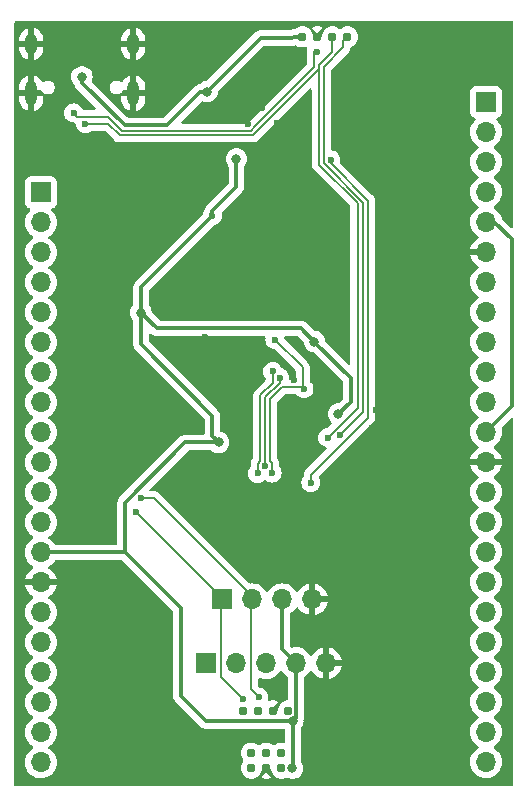
<source format=gbr>
%TF.GenerationSoftware,KiCad,Pcbnew,8.0.7*%
%TF.CreationDate,2025-01-26T21:31:55+01:00*%
%TF.ProjectId,samd21_breakout,73616d64-3231-45f6-9272-65616b6f7574,rev?*%
%TF.SameCoordinates,Original*%
%TF.FileFunction,Copper,L2,Bot*%
%TF.FilePolarity,Positive*%
%FSLAX46Y46*%
G04 Gerber Fmt 4.6, Leading zero omitted, Abs format (unit mm)*
G04 Created by KiCad (PCBNEW 8.0.7) date 2025-01-26 21:31:55*
%MOMM*%
%LPD*%
G01*
G04 APERTURE LIST*
%TA.AperFunction,ComponentPad*%
%ADD10C,0.787400*%
%TD*%
%TA.AperFunction,TestPad*%
%ADD11C,0.787400*%
%TD*%
%TA.AperFunction,ComponentPad*%
%ADD12O,1.000000X2.100000*%
%TD*%
%TA.AperFunction,ComponentPad*%
%ADD13O,1.000000X1.800000*%
%TD*%
%TA.AperFunction,ComponentPad*%
%ADD14R,1.700000X1.700000*%
%TD*%
%TA.AperFunction,ComponentPad*%
%ADD15O,1.700000X1.700000*%
%TD*%
%TA.AperFunction,ViaPad*%
%ADD16C,0.600000*%
%TD*%
%TA.AperFunction,ViaPad*%
%ADD17C,0.800000*%
%TD*%
%TA.AperFunction,Conductor*%
%ADD18C,0.200000*%
%TD*%
%TA.AperFunction,Conductor*%
%ADD19C,0.300000*%
%TD*%
G04 APERTURE END LIST*
D10*
%TO.P,J7,1,Pin_1*%
%TO.N,PA31-SWDIO*%
X123310000Y-138230000D03*
%TO.P,J7,2,Pin_2*%
%TO.N,PA30-SWDCLK*%
X123310000Y-136960000D03*
%TO.P,J7,3,Pin_3*%
%TO.N,GND*%
X124580000Y-138230000D03*
%TO.P,J7,4,Pin_4*%
%TO.N,RESET*%
X124580000Y-136960000D03*
%TO.P,J7,5,Pin_5*%
%TO.N,+3.3V*%
X125850000Y-138230000D03*
%TO.P,J7,6*%
%TO.N,N/C*%
X125850000Y-136960000D03*
%TD*%
D11*
%TO.P,J1,1,Pin_1*%
%TO.N,PA11-D0-RXI*%
X122640000Y-133400000D03*
D10*
%TO.P,J1,2,Pin_2*%
%TO.N,PA10-D1-TX0*%
X123910000Y-133400000D03*
%TO.P,J1,3,Pin_3*%
%TO.N,GND*%
X125180000Y-133400000D03*
%TO.P,J1,4,Pin_4*%
%TO.N,+3.3V*%
X126450000Y-133400000D03*
%TD*%
D12*
%TO.P,J3,S1,SHIELD*%
%TO.N,GND*%
X113320000Y-81105000D03*
D13*
X113320000Y-76925000D03*
D12*
X104680000Y-81105000D03*
D13*
X104680000Y-76925000D03*
%TD*%
D11*
%TO.P,J8,1,Pin_1*%
%TO.N,PA25-USBd+*%
X131450000Y-76325000D03*
D10*
%TO.P,J8,2,Pin_2*%
%TO.N,PA24-USBd-*%
X130180000Y-76325000D03*
%TO.P,J8,3,Pin_3*%
%TO.N,GND*%
X128910000Y-76325000D03*
%TO.P,J8,4,Pin_4*%
%TO.N,+5V*%
X127640000Y-76325000D03*
%TD*%
D14*
%TO.P,J5,1,Pin_1*%
%TO.N,PB03*%
X143190000Y-81830000D03*
D15*
%TO.P,J5,2,Pin_2*%
%TO.N,PB02-A5*%
X143190000Y-84370000D03*
%TO.P,J5,3,Pin_3*%
%TO.N,PA31-SWDIO*%
X143190000Y-86910000D03*
%TO.P,J5,4,Pin_4*%
%TO.N,PA30-SWDCLK*%
X143190000Y-89450000D03*
%TO.P,J5,5,Pin_5*%
%TO.N,+3.3V*%
X143190000Y-91990000D03*
%TO.P,J5,6,Pin_6*%
%TO.N,GND*%
X143190000Y-94530000D03*
%TO.P,J5,7,Pin_7*%
%TO.N,PA28-USB_HOST_EN*%
X143190000Y-97070000D03*
%TO.P,J5,8,Pin_8*%
%TO.N,RESET*%
X143190000Y-99610000D03*
%TO.P,J5,9,Pin_9*%
%TO.N,PA27*%
X143190000Y-102150000D03*
%TO.P,J5,10,Pin_10*%
%TO.N,PB23-RXD*%
X143190000Y-104690000D03*
%TO.P,J5,11,Pin_11*%
%TO.N,PB22-TXD*%
X143190000Y-107230000D03*
%TO.P,J5,12,Pin_12*%
%TO.N,+3.3V*%
X143190000Y-109770000D03*
%TO.P,J5,13,Pin_13*%
%TO.N,GND*%
X143190000Y-112310000D03*
%TO.P,J5,14,Pin_14*%
%TO.N,PA25-USBd+*%
X143190000Y-114850000D03*
%TO.P,J5,15,Pin_15*%
%TO.N,PA24-USBd-*%
X143190000Y-117390000D03*
%TO.P,J5,16,Pin_16*%
%TO.N,PA23-SCL*%
X143190000Y-119930000D03*
%TO.P,J5,17,Pin_17*%
%TO.N,PA22-SDA*%
X143190000Y-122470000D03*
%TO.P,J5,18,Pin_18*%
%TO.N,PA21-D7*%
X143190000Y-125010000D03*
%TO.P,J5,19,Pin_19*%
%TO.N,PA20-D6*%
X143190000Y-127550000D03*
%TO.P,J5,20,Pin_20*%
%TO.N,PA19-D12-MISO*%
X143190000Y-130090000D03*
%TO.P,J5,21,Pin_21*%
%TO.N,PA18-D10-SS*%
X143190000Y-132630000D03*
%TO.P,J5,22,Pin_22*%
%TO.N,PA17-D13-SCK*%
X143190000Y-135170000D03*
%TO.P,J5,23,Pin_23*%
%TO.N,PA16-D11-MOSI*%
X143190000Y-137710000D03*
%TD*%
%TO.P,J2,5,Pin_5*%
%TO.N,GND*%
X129640000Y-129350000D03*
%TO.P,J2,4,Pin_4*%
%TO.N,+3.3V*%
X127100000Y-129350000D03*
%TO.P,J2,3,Pin_3*%
%TO.N,RESET*%
X124560000Y-129350000D03*
%TO.P,J2,2,Pin_2*%
%TO.N,PA30-SWDCLK*%
X122020000Y-129350000D03*
D14*
%TO.P,J2,1,Pin_1*%
%TO.N,PA31-SWDIO*%
X119480000Y-129350000D03*
%TD*%
%TO.P,J6,1,Pin_1*%
%TO.N,PA11-D0-RXI*%
X120840000Y-123950000D03*
D15*
%TO.P,J6,2,Pin_2*%
%TO.N,PA10-D1-TX0*%
X123380000Y-123950000D03*
%TO.P,J6,3,Pin_3*%
%TO.N,+3.3V*%
X125920000Y-123950000D03*
%TO.P,J6,4,Pin_4*%
%TO.N,GND*%
X128460000Y-123950000D03*
%TD*%
D14*
%TO.P,J4,1,Pin_1*%
%TO.N,PA02*%
X105500000Y-89490000D03*
D15*
%TO.P,J4,2,Pin_2*%
%TO.N,PA03-AREF*%
X105500000Y-92030000D03*
%TO.P,J4,3,Pin_3*%
%TO.N,PB08-A1*%
X105500000Y-94570000D03*
%TO.P,J4,4,Pin_4*%
%TO.N,PB09-A2*%
X105500000Y-97110000D03*
%TO.P,J4,5,Pin_5*%
%TO.N,PA04-A3*%
X105500000Y-99650000D03*
%TO.P,J4,6,Pin_6*%
%TO.N,PA05-A4*%
X105500000Y-102190000D03*
%TO.P,J4,7,Pin_7*%
%TO.N,PA06-D8*%
X105500000Y-104730000D03*
%TO.P,J4,8,Pin_8*%
%TO.N,PA07-D9*%
X105500000Y-107270000D03*
%TO.P,J4,9,Pin_9*%
%TO.N,PA08-D4*%
X105500000Y-109810000D03*
%TO.P,J4,10,Pin_10*%
%TO.N,PA09-D3*%
X105500000Y-112350000D03*
%TO.P,J4,11,Pin_11*%
%TO.N,PA10-D1-TX0*%
X105500000Y-114890000D03*
%TO.P,J4,12,Pin_12*%
%TO.N,PA11-D0-RXI*%
X105500000Y-117430000D03*
%TO.P,J4,13,Pin_13*%
%TO.N,+3.3V*%
X105500000Y-119970000D03*
%TO.P,J4,14,Pin_14*%
%TO.N,GND*%
X105500000Y-122510000D03*
%TO.P,J4,15,Pin_15*%
%TO.N,PB10-SPI_MOSI*%
X105500000Y-125050000D03*
%TO.P,J4,16,Pin_16*%
%TO.N,PB11-SPI_SCK*%
X105500000Y-127590000D03*
%TO.P,J4,17,Pin_17*%
%TO.N,PA12-SPI_MISO*%
X105500000Y-130130000D03*
%TO.P,J4,18,Pin_18*%
%TO.N,PA13-DGI_GPIO*%
X105500000Y-132670000D03*
%TO.P,J4,19,Pin_19*%
%TO.N,PA14-D2*%
X105500000Y-135210000D03*
%TO.P,J4,20,Pin_20*%
%TO.N,PA15-D5*%
X105500000Y-137750000D03*
%TD*%
D16*
%TO.N,GND*%
X133890000Y-107950000D03*
X133550000Y-109460000D03*
X118090000Y-99870000D03*
X119400000Y-101700000D03*
%TO.N,RESET*%
X125080000Y-113248831D03*
%TO.N,PA30-SWDCLK*%
X125729553Y-105168120D03*
X124480000Y-112690000D03*
%TO.N,PA31-SWDIO*%
X125120000Y-104650000D03*
X123850000Y-113290000D03*
%TO.N,PA11-D0-RXI*%
X113545497Y-116560679D03*
%TO.N,PA10-D1-TX0*%
X114005735Y-115395735D03*
%TO.N,PA11-D0-RXI*%
X122610000Y-132360000D03*
%TO.N,PA10-D1-TX0*%
X123940000Y-132210000D03*
D17*
%TO.N,+3.3V*%
X126800000Y-138250000D03*
X126830000Y-134240000D03*
D16*
%TO.N,GND*%
X113840000Y-109710000D03*
X110170000Y-109710000D03*
%TO.N,PA24-USBd-*%
X109270000Y-83680000D03*
X129785657Y-110264343D03*
%TO.N,PA25-USBd+*%
X130834265Y-110064265D03*
%TO.N,PA17-D13-SCK*%
X128350000Y-114061278D03*
X130030000Y-86730000D03*
D17*
%TO.N,+3.3V*%
X130690000Y-108248788D03*
X128650000Y-102118621D03*
X120536443Y-110656443D03*
D16*
%TO.N,RESET*%
X125305000Y-101945000D03*
X127770000Y-106100000D03*
%TO.N,+3.3V*%
X120020000Y-91450000D03*
%TO.N,GND*%
X125470000Y-83610000D03*
X123020000Y-83660000D03*
X123620000Y-80230000D03*
X122410000Y-81680000D03*
X124230000Y-82350000D03*
D17*
%TO.N,+3.3V*%
X113970000Y-99670000D03*
%TO.N,+5V*%
X119575000Y-80950000D03*
X108975000Y-79700000D03*
%TO.N,+3.3V*%
X122050000Y-86650000D03*
D16*
%TO.N,GND*%
X117525000Y-113600000D03*
X118900000Y-112175000D03*
X122600000Y-109125000D03*
X126920000Y-105380000D03*
X128500000Y-107700000D03*
%TO.N,PA25-USBd+*%
X108260000Y-82750000D03*
X128890000Y-77630000D03*
%TD*%
D18*
%TO.N,PA11-D0-RXI*%
X122610000Y-132360000D02*
X120750000Y-130500000D01*
X120750000Y-130500000D02*
X120750000Y-124040000D01*
X120750000Y-124040000D02*
X120840000Y-123950000D01*
X120840000Y-123950000D02*
X120840000Y-123855182D01*
X120840000Y-123855182D02*
X113545497Y-116560679D01*
D19*
%TO.N,+3.3V*%
X125920000Y-123950000D02*
X125920000Y-128170000D01*
X125920000Y-128170000D02*
X127100000Y-129350000D01*
D18*
%TO.N,PA10-D1-TX0*%
X123940000Y-132210000D02*
X123280000Y-131550000D01*
X123280000Y-131550000D02*
X123280000Y-124050000D01*
X123280000Y-124050000D02*
X123380000Y-123950000D01*
X123380000Y-123950000D02*
X123380000Y-123660000D01*
X123380000Y-123660000D02*
X115115735Y-115395735D01*
X115115735Y-115395735D02*
X114005735Y-115395735D01*
D19*
%TO.N,+5V*%
X119575000Y-80950000D02*
X119010000Y-80950000D01*
X119010000Y-80950000D02*
X116150000Y-83810000D01*
X116150000Y-83810000D02*
X112580000Y-83810000D01*
X112580000Y-83810000D02*
X108975000Y-80205000D01*
X108975000Y-80205000D02*
X108975000Y-79700000D01*
D18*
%TO.N,PA24-USBd-*%
X109270000Y-83680000D02*
X111184314Y-83680000D01*
X111184314Y-83680000D02*
X112164314Y-84660000D01*
X112164314Y-84660000D02*
X123450000Y-84660000D01*
X123450000Y-84660000D02*
X125190000Y-82920000D01*
X125190000Y-82920000D02*
X125190000Y-82895686D01*
X125190000Y-82895686D02*
X129030000Y-79055686D01*
X129030000Y-79055686D02*
X129030000Y-79500000D01*
%TO.N,PA25-USBd+*%
X108260000Y-82750000D02*
X108590000Y-83080000D01*
X112330000Y-84260000D02*
X123268529Y-84260000D01*
X108590000Y-83080000D02*
X111150000Y-83080000D01*
X111150000Y-83080000D02*
X112330000Y-84260000D01*
X128630000Y-77550000D02*
X128810000Y-77550000D01*
X123268529Y-84260000D02*
X123620000Y-83908529D01*
X123620000Y-83908529D02*
X123620000Y-83900000D01*
X123620000Y-83900000D02*
X128630000Y-78890000D01*
X128630000Y-78890000D02*
X128630000Y-77550000D01*
X128810000Y-77550000D02*
X128890000Y-77630000D01*
%TO.N,PA24-USBd-*%
X129030000Y-79500000D02*
X129030000Y-78724314D01*
X129030000Y-78724314D02*
X130180000Y-77574314D01*
X130180000Y-77574314D02*
X130180000Y-76325000D01*
%TO.N,PA25-USBd+*%
X131110000Y-77210000D02*
X131110000Y-76665000D01*
X131110000Y-76665000D02*
X131450000Y-76325000D01*
D19*
%TO.N,+5V*%
X126800000Y-76425000D02*
X126900000Y-76325000D01*
X126900000Y-76325000D02*
X127640000Y-76325000D01*
%TO.N,+3.3V*%
X143200000Y-109735000D02*
X145350000Y-107585000D01*
X145350000Y-107585000D02*
X145350000Y-93450000D01*
X145350000Y-93450000D02*
X143855000Y-91955000D01*
X143855000Y-91955000D02*
X143200000Y-91955000D01*
D18*
%TO.N,PA30-SWDCLK*%
X125729553Y-105168120D02*
X125729553Y-105594761D01*
X125729553Y-105594761D02*
X124480000Y-106844314D01*
X124480000Y-106844314D02*
X124480000Y-112690000D01*
%TO.N,PA31-SWDIO*%
X124080000Y-106678628D02*
X124080000Y-112241471D01*
X125120000Y-104650000D02*
X125120000Y-105638628D01*
X125120000Y-105638628D02*
X124080000Y-106678628D01*
X124080000Y-112241471D02*
X123850000Y-112471471D01*
X123850000Y-112471471D02*
X123850000Y-113290000D01*
D19*
%TO.N,+3.3V*%
X113970000Y-99670000D02*
X115310000Y-101010000D01*
X115310000Y-101010000D02*
X127541379Y-101010000D01*
X127541379Y-101010000D02*
X128650000Y-102118621D01*
D18*
%TO.N,RESET*%
X125080000Y-113248831D02*
X125080000Y-112441471D01*
X125080000Y-112441471D02*
X124880000Y-112241471D01*
X124880000Y-112241471D02*
X124880000Y-107010000D01*
X124880000Y-107010000D02*
X125910000Y-105980000D01*
X125910000Y-105980000D02*
X127650000Y-105980000D01*
X127650000Y-105980000D02*
X127770000Y-106100000D01*
D19*
%TO.N,+3.3V*%
X112610000Y-119970000D02*
X117340000Y-124700000D01*
X117340000Y-124700000D02*
X117340000Y-132100000D01*
X117340000Y-132100000D02*
X119480000Y-134240000D01*
X119480000Y-134240000D02*
X126830000Y-134240000D01*
X120536443Y-110656443D02*
X117723557Y-110656443D01*
X117723557Y-110656443D02*
X112610000Y-115770000D01*
X112610000Y-115770000D02*
X112610000Y-119970000D01*
X126830000Y-138220000D02*
X126800000Y-138250000D01*
X126830000Y-134240000D02*
X126830000Y-138220000D01*
X127100000Y-133970000D02*
X126830000Y-134240000D01*
X127100000Y-129350000D02*
X127100000Y-133970000D01*
D18*
%TO.N,PA24-USBd-*%
X129030000Y-87144215D02*
X129030000Y-79500000D01*
%TO.N,PA17-D13-SCK*%
X128350000Y-114061278D02*
X128350000Y-113410000D01*
X128350000Y-113410000D02*
X133200000Y-108560000D01*
X133200000Y-108560000D02*
X133200000Y-90182843D01*
X133200000Y-90182843D02*
X130030000Y-87012843D01*
X130030000Y-87012843D02*
X130030000Y-86730000D01*
%TO.N,PA24-USBd-*%
X129785657Y-110264343D02*
X132310000Y-107740000D01*
X132310000Y-107740000D02*
X132310000Y-90424215D01*
X132310000Y-90424215D02*
X129030000Y-87144215D01*
%TO.N,PA25-USBd+*%
X130834265Y-110064265D02*
X132800000Y-108098530D01*
X129430000Y-78890000D02*
X131110000Y-77210000D01*
X132800000Y-90348529D02*
X129430000Y-86978529D01*
X132800000Y-108098530D02*
X132800000Y-90348529D01*
X129430000Y-86978529D02*
X129430000Y-78890000D01*
D19*
%TO.N,+3.3V*%
X120020000Y-91450000D02*
X120020000Y-91480000D01*
X120020000Y-91480000D02*
X113980000Y-97520000D01*
X113980000Y-97520000D02*
X113980000Y-102340000D01*
X120020000Y-110140000D02*
X120536443Y-110656443D01*
X113980000Y-102340000D02*
X120020000Y-108380000D01*
X120020000Y-108380000D02*
X120020000Y-110140000D01*
X112610000Y-119970000D02*
X108700000Y-119970000D01*
X108700000Y-119970000D02*
X105500000Y-119970000D01*
X128650000Y-102118621D02*
X131740000Y-105208621D01*
X131740000Y-105208621D02*
X131740000Y-107198788D01*
X131740000Y-107198788D02*
X130690000Y-108248788D01*
D18*
%TO.N,RESET*%
X127675000Y-104315000D02*
X127675000Y-106005000D01*
X125305000Y-101945000D02*
X127675000Y-104315000D01*
X127675000Y-106005000D02*
X127770000Y-106100000D01*
D19*
%TO.N,+3.3V*%
X119990000Y-91080000D02*
X120020000Y-91110000D01*
X120020000Y-91110000D02*
X120020000Y-91450000D01*
X122050000Y-86650000D02*
X122050000Y-89020000D01*
X122050000Y-89020000D02*
X119990000Y-91080000D01*
%TO.N,+5V*%
X126800000Y-76425000D02*
X124100000Y-76425000D01*
X124100000Y-76425000D02*
X119575000Y-80950000D01*
%TO.N,+3.3V*%
X112650000Y-119970000D02*
X108700000Y-119970000D01*
%TD*%
%TA.AperFunction,Conductor*%
%TO.N,GND*%
G36*
X125914855Y-130016546D02*
G01*
X125931575Y-130035842D01*
X126061501Y-130221396D01*
X126061506Y-130221402D01*
X126228597Y-130388493D01*
X126228603Y-130388498D01*
X126396623Y-130506147D01*
X126440248Y-130560724D01*
X126449500Y-130607722D01*
X126449500Y-132385516D01*
X126429815Y-132452555D01*
X126377011Y-132498310D01*
X126351281Y-132506806D01*
X126172155Y-132544879D01*
X126172149Y-132544881D01*
X126000437Y-132621334D01*
X126000432Y-132621336D01*
X125848368Y-132731817D01*
X125848366Y-132731819D01*
X125722595Y-132871501D01*
X125722587Y-132871512D01*
X125628610Y-133034287D01*
X125628605Y-133034299D01*
X125570523Y-133213056D01*
X125570522Y-133213059D01*
X125557498Y-133336976D01*
X125530913Y-133401591D01*
X125521858Y-133411696D01*
X125444457Y-133489096D01*
X125383133Y-133522580D01*
X125313442Y-133517595D01*
X125289757Y-133502374D01*
X125307164Y-133484968D01*
X125330000Y-133429837D01*
X125330000Y-133370163D01*
X125307164Y-133315032D01*
X125264968Y-133272836D01*
X125209837Y-133250000D01*
X125150163Y-133250000D01*
X125095032Y-133272836D01*
X125078916Y-133288951D01*
X125057419Y-133249581D01*
X125062403Y-133179889D01*
X125090904Y-133135542D01*
X125612266Y-132614180D01*
X125457687Y-132545358D01*
X125457688Y-132545358D01*
X125273932Y-132506300D01*
X125086068Y-132506300D01*
X124902310Y-132545358D01*
X124902309Y-132545358D01*
X124890319Y-132550697D01*
X124821069Y-132559979D01*
X124757793Y-132530347D01*
X124720582Y-132471211D01*
X124721250Y-132401344D01*
X124722849Y-132396454D01*
X124725367Y-132389258D01*
X124725369Y-132389249D01*
X124745565Y-132210003D01*
X124745565Y-132209996D01*
X124725369Y-132030750D01*
X124725368Y-132030745D01*
X124697873Y-131952169D01*
X124665789Y-131860478D01*
X124646986Y-131830554D01*
X124626582Y-131798080D01*
X124569816Y-131707738D01*
X124442262Y-131580184D01*
X124317157Y-131501575D01*
X124289521Y-131484210D01*
X124119249Y-131424630D01*
X124032330Y-131414837D01*
X123967916Y-131387770D01*
X123958533Y-131379298D01*
X123916819Y-131337584D01*
X123883334Y-131276261D01*
X123880500Y-131249903D01*
X123880500Y-130717897D01*
X123900185Y-130650858D01*
X123952989Y-130605103D01*
X124022147Y-130595159D01*
X124056902Y-130605514D01*
X124096337Y-130623903D01*
X124096342Y-130623904D01*
X124096344Y-130623905D01*
X124151285Y-130638626D01*
X124324592Y-130685063D01*
X124501034Y-130700500D01*
X124559999Y-130705659D01*
X124560000Y-130705659D01*
X124560001Y-130705659D01*
X124618966Y-130700500D01*
X124795408Y-130685063D01*
X125023663Y-130623903D01*
X125237830Y-130524035D01*
X125431401Y-130388495D01*
X125598495Y-130221401D01*
X125728425Y-130035842D01*
X125783002Y-129992217D01*
X125852500Y-129985023D01*
X125914855Y-130016546D01*
G37*
%TD.AperFunction*%
%TA.AperFunction,Conductor*%
G36*
X127127139Y-77057678D02*
G01*
X127190432Y-77103663D01*
X127190433Y-77103663D01*
X127190437Y-77103666D01*
X127293173Y-77149407D01*
X127362149Y-77180118D01*
X127362152Y-77180118D01*
X127362155Y-77180120D01*
X127546016Y-77219200D01*
X127733983Y-77219200D01*
X127733984Y-77219200D01*
X127917845Y-77180120D01*
X127917847Y-77180118D01*
X127920947Y-77179460D01*
X127990614Y-77184776D01*
X128046348Y-77226913D01*
X128070453Y-77292493D01*
X128066503Y-77332843D01*
X128029500Y-77470943D01*
X128029500Y-78589902D01*
X128009815Y-78656941D01*
X127993181Y-78677583D01*
X125605252Y-81065512D01*
X123251286Y-83419478D01*
X123251284Y-83419480D01*
X123222945Y-83447819D01*
X123139480Y-83531283D01*
X123135988Y-83537332D01*
X123116288Y-83563004D01*
X123056114Y-83623180D01*
X122994791Y-83656666D01*
X122968431Y-83659500D01*
X117519808Y-83659500D01*
X117452769Y-83639815D01*
X117407014Y-83587011D01*
X117397070Y-83517853D01*
X117426095Y-83454297D01*
X117432127Y-83447819D01*
X117842402Y-83037544D01*
X119078286Y-81801658D01*
X119139607Y-81768175D01*
X119209298Y-81773159D01*
X119216401Y-81776062D01*
X119295192Y-81811142D01*
X119295197Y-81811144D01*
X119480354Y-81850500D01*
X119480355Y-81850500D01*
X119669644Y-81850500D01*
X119669646Y-81850500D01*
X119854803Y-81811144D01*
X120027730Y-81734151D01*
X120180871Y-81622888D01*
X120307533Y-81482216D01*
X120402179Y-81318284D01*
X120460674Y-81138256D01*
X120474168Y-81009855D01*
X120500752Y-80945242D01*
X120509799Y-80935145D01*
X124333127Y-77111819D01*
X124394450Y-77078334D01*
X124420808Y-77075500D01*
X126864071Y-77075500D01*
X126953664Y-77057678D01*
X126989744Y-77050501D01*
X127006800Y-77043435D01*
X127076268Y-77035966D01*
X127127139Y-77057678D01*
G37*
%TD.AperFunction*%
%TA.AperFunction,Conductor*%
G36*
X145442539Y-75020185D02*
G01*
X145488294Y-75072989D01*
X145499500Y-75124500D01*
X145499500Y-92380192D01*
X145479815Y-92447231D01*
X145427011Y-92492986D01*
X145357853Y-92502930D01*
X145294297Y-92473905D01*
X145287819Y-92467873D01*
X144530448Y-91710502D01*
X144498354Y-91654913D01*
X144463906Y-91526346D01*
X144463904Y-91526342D01*
X144463903Y-91526337D01*
X144364035Y-91312171D01*
X144363769Y-91311790D01*
X144228494Y-91118597D01*
X144061402Y-90951506D01*
X144061396Y-90951501D01*
X143875842Y-90821575D01*
X143832217Y-90766998D01*
X143825023Y-90697500D01*
X143856546Y-90635145D01*
X143875842Y-90618425D01*
X143938255Y-90574723D01*
X144061401Y-90488495D01*
X144228495Y-90321401D01*
X144364035Y-90127830D01*
X144463903Y-89913663D01*
X144525063Y-89685408D01*
X144545659Y-89450000D01*
X144525063Y-89214592D01*
X144463903Y-88986337D01*
X144364035Y-88772171D01*
X144237968Y-88592127D01*
X144228494Y-88578597D01*
X144061402Y-88411506D01*
X144061396Y-88411501D01*
X143875842Y-88281575D01*
X143832217Y-88226998D01*
X143825023Y-88157500D01*
X143856546Y-88095145D01*
X143875842Y-88078425D01*
X143898026Y-88062891D01*
X144061401Y-87948495D01*
X144228495Y-87781401D01*
X144364035Y-87587830D01*
X144463903Y-87373663D01*
X144525063Y-87145408D01*
X144545659Y-86910000D01*
X144525063Y-86674592D01*
X144463903Y-86446337D01*
X144364035Y-86232171D01*
X144360931Y-86227737D01*
X144228494Y-86038597D01*
X144061402Y-85871506D01*
X144061396Y-85871501D01*
X143875842Y-85741575D01*
X143832217Y-85686998D01*
X143825023Y-85617500D01*
X143856546Y-85555145D01*
X143875842Y-85538425D01*
X143898026Y-85522891D01*
X144061401Y-85408495D01*
X144228495Y-85241401D01*
X144364035Y-85047830D01*
X144463903Y-84833663D01*
X144525063Y-84605408D01*
X144545659Y-84370000D01*
X144525063Y-84134592D01*
X144463903Y-83906337D01*
X144364035Y-83692171D01*
X144357015Y-83682146D01*
X144228496Y-83498600D01*
X144177715Y-83447819D01*
X144106567Y-83376671D01*
X144073084Y-83315351D01*
X144078068Y-83245659D01*
X144119939Y-83189725D01*
X144150915Y-83172810D01*
X144282331Y-83123796D01*
X144397546Y-83037546D01*
X144483796Y-82922331D01*
X144534091Y-82787483D01*
X144540500Y-82727873D01*
X144540499Y-80932128D01*
X144534091Y-80872517D01*
X144483796Y-80737669D01*
X144483795Y-80737668D01*
X144483793Y-80737664D01*
X144397547Y-80622455D01*
X144397544Y-80622452D01*
X144282335Y-80536206D01*
X144282328Y-80536202D01*
X144147482Y-80485908D01*
X144147483Y-80485908D01*
X144087883Y-80479501D01*
X144087881Y-80479500D01*
X144087873Y-80479500D01*
X144087864Y-80479500D01*
X142292129Y-80479500D01*
X142292123Y-80479501D01*
X142232516Y-80485908D01*
X142097671Y-80536202D01*
X142097664Y-80536206D01*
X141982455Y-80622452D01*
X141982452Y-80622455D01*
X141896206Y-80737664D01*
X141896202Y-80737671D01*
X141845908Y-80872517D01*
X141841126Y-80917000D01*
X141839501Y-80932123D01*
X141839500Y-80932135D01*
X141839500Y-82727870D01*
X141839501Y-82727876D01*
X141845908Y-82787483D01*
X141896202Y-82922328D01*
X141896206Y-82922335D01*
X141982452Y-83037544D01*
X141982455Y-83037547D01*
X142097664Y-83123793D01*
X142097671Y-83123797D01*
X142229081Y-83172810D01*
X142285015Y-83214681D01*
X142309432Y-83280145D01*
X142294580Y-83348418D01*
X142273430Y-83376673D01*
X142151503Y-83498600D01*
X142015965Y-83692169D01*
X142015964Y-83692171D01*
X141916098Y-83906335D01*
X141916094Y-83906344D01*
X141854938Y-84134586D01*
X141854936Y-84134596D01*
X141834341Y-84369999D01*
X141834341Y-84370000D01*
X141854936Y-84605403D01*
X141854938Y-84605413D01*
X141916094Y-84833655D01*
X141916096Y-84833659D01*
X141916097Y-84833663D01*
X142002289Y-85018501D01*
X142015965Y-85047830D01*
X142015967Y-85047834D01*
X142151501Y-85241395D01*
X142151506Y-85241402D01*
X142318597Y-85408493D01*
X142318603Y-85408498D01*
X142504158Y-85538425D01*
X142547783Y-85593002D01*
X142554977Y-85662500D01*
X142523454Y-85724855D01*
X142504158Y-85741575D01*
X142318597Y-85871505D01*
X142151505Y-86038597D01*
X142015965Y-86232169D01*
X142015964Y-86232171D01*
X141916098Y-86446335D01*
X141916094Y-86446344D01*
X141854938Y-86674586D01*
X141854936Y-86674596D01*
X141834341Y-86909999D01*
X141834341Y-86910000D01*
X141854936Y-87145403D01*
X141854938Y-87145413D01*
X141916094Y-87373655D01*
X141916096Y-87373659D01*
X141916097Y-87373663D01*
X142015965Y-87587830D01*
X142015967Y-87587834D01*
X142151501Y-87781395D01*
X142151506Y-87781402D01*
X142318597Y-87948493D01*
X142318603Y-87948498D01*
X142504158Y-88078425D01*
X142547783Y-88133002D01*
X142554977Y-88202500D01*
X142523454Y-88264855D01*
X142504158Y-88281575D01*
X142318597Y-88411505D01*
X142151505Y-88578597D01*
X142015965Y-88772169D01*
X142015964Y-88772171D01*
X141916098Y-88986335D01*
X141916094Y-88986344D01*
X141854938Y-89214586D01*
X141854936Y-89214596D01*
X141834341Y-89449999D01*
X141834341Y-89450000D01*
X141854936Y-89685403D01*
X141854938Y-89685413D01*
X141916094Y-89913655D01*
X141916096Y-89913659D01*
X141916097Y-89913663D01*
X141933535Y-89951058D01*
X142015965Y-90127830D01*
X142015967Y-90127834D01*
X142151501Y-90321395D01*
X142151506Y-90321402D01*
X142318597Y-90488493D01*
X142318603Y-90488498D01*
X142504158Y-90618425D01*
X142547783Y-90673002D01*
X142554977Y-90742500D01*
X142523454Y-90804855D01*
X142504158Y-90821575D01*
X142318597Y-90951505D01*
X142151505Y-91118597D01*
X142015965Y-91312169D01*
X142015964Y-91312171D01*
X141916098Y-91526335D01*
X141916094Y-91526344D01*
X141854938Y-91754586D01*
X141854936Y-91754596D01*
X141834341Y-91989999D01*
X141834341Y-91990000D01*
X141854936Y-92225403D01*
X141854938Y-92225413D01*
X141916094Y-92453655D01*
X141916096Y-92453659D01*
X141916097Y-92453663D01*
X141934750Y-92493664D01*
X142015965Y-92667830D01*
X142015967Y-92667834D01*
X142151501Y-92861395D01*
X142151506Y-92861402D01*
X142318597Y-93028493D01*
X142318603Y-93028498D01*
X142504594Y-93158730D01*
X142548219Y-93213307D01*
X142555413Y-93282805D01*
X142523890Y-93345160D01*
X142504595Y-93361880D01*
X142318922Y-93491890D01*
X142318920Y-93491891D01*
X142151891Y-93658920D01*
X142151886Y-93658926D01*
X142016400Y-93852420D01*
X142016399Y-93852422D01*
X141916570Y-94066507D01*
X141916567Y-94066513D01*
X141859364Y-94279999D01*
X141859364Y-94280000D01*
X142756988Y-94280000D01*
X142724075Y-94337007D01*
X142690000Y-94464174D01*
X142690000Y-94595826D01*
X142724075Y-94722993D01*
X142756988Y-94780000D01*
X141859364Y-94780000D01*
X141916567Y-94993486D01*
X141916570Y-94993492D01*
X142016399Y-95207578D01*
X142151894Y-95401082D01*
X142318917Y-95568105D01*
X142504595Y-95698119D01*
X142548219Y-95752696D01*
X142555412Y-95822195D01*
X142523890Y-95884549D01*
X142504595Y-95901269D01*
X142318594Y-96031508D01*
X142151505Y-96198597D01*
X142015965Y-96392169D01*
X142015964Y-96392171D01*
X141916098Y-96606335D01*
X141916094Y-96606344D01*
X141854938Y-96834586D01*
X141854936Y-96834596D01*
X141834341Y-97069999D01*
X141834341Y-97070000D01*
X141854936Y-97305403D01*
X141854938Y-97305413D01*
X141916094Y-97533655D01*
X141916096Y-97533659D01*
X141916097Y-97533663D01*
X141934750Y-97573664D01*
X142015965Y-97747830D01*
X142015967Y-97747834D01*
X142151501Y-97941395D01*
X142151506Y-97941402D01*
X142318597Y-98108493D01*
X142318603Y-98108498D01*
X142504158Y-98238425D01*
X142547783Y-98293002D01*
X142554977Y-98362500D01*
X142523454Y-98424855D01*
X142504158Y-98441575D01*
X142318597Y-98571505D01*
X142151505Y-98738597D01*
X142015965Y-98932169D01*
X142015964Y-98932171D01*
X141916098Y-99146335D01*
X141916094Y-99146344D01*
X141854938Y-99374586D01*
X141854936Y-99374596D01*
X141834341Y-99609999D01*
X141834341Y-99610000D01*
X141854936Y-99845403D01*
X141854938Y-99845413D01*
X141916094Y-100073655D01*
X141916096Y-100073659D01*
X141916097Y-100073663D01*
X142007210Y-100269054D01*
X142015965Y-100287830D01*
X142015967Y-100287834D01*
X142151501Y-100481395D01*
X142151506Y-100481402D01*
X142318597Y-100648493D01*
X142318603Y-100648498D01*
X142504158Y-100778425D01*
X142547783Y-100833002D01*
X142554977Y-100902500D01*
X142523454Y-100964855D01*
X142504158Y-100981575D01*
X142318597Y-101111505D01*
X142151505Y-101278597D01*
X142015965Y-101472169D01*
X142015964Y-101472171D01*
X141916098Y-101686335D01*
X141916094Y-101686344D01*
X141854938Y-101914586D01*
X141854936Y-101914596D01*
X141834341Y-102149999D01*
X141834341Y-102150000D01*
X141854936Y-102385403D01*
X141854938Y-102385413D01*
X141916094Y-102613655D01*
X141916096Y-102613659D01*
X141916097Y-102613663D01*
X141981851Y-102754673D01*
X142015965Y-102827830D01*
X142015967Y-102827834D01*
X142151501Y-103021395D01*
X142151506Y-103021402D01*
X142318597Y-103188493D01*
X142318603Y-103188498D01*
X142504158Y-103318425D01*
X142547783Y-103373002D01*
X142554977Y-103442500D01*
X142523454Y-103504855D01*
X142504158Y-103521575D01*
X142318597Y-103651505D01*
X142151505Y-103818597D01*
X142015965Y-104012169D01*
X142015964Y-104012171D01*
X141916098Y-104226335D01*
X141916094Y-104226344D01*
X141854938Y-104454586D01*
X141854936Y-104454596D01*
X141834341Y-104689999D01*
X141834341Y-104690000D01*
X141854936Y-104925403D01*
X141854938Y-104925413D01*
X141916094Y-105153655D01*
X141916096Y-105153659D01*
X141916097Y-105153663D01*
X142002302Y-105338530D01*
X142015965Y-105367830D01*
X142015967Y-105367834D01*
X142151501Y-105561395D01*
X142151506Y-105561402D01*
X142318597Y-105728493D01*
X142318603Y-105728498D01*
X142504158Y-105858425D01*
X142547783Y-105913002D01*
X142554977Y-105982500D01*
X142523454Y-106044855D01*
X142504158Y-106061575D01*
X142318597Y-106191505D01*
X142151505Y-106358597D01*
X142015965Y-106552169D01*
X142015964Y-106552171D01*
X141916098Y-106766335D01*
X141916094Y-106766344D01*
X141854938Y-106994586D01*
X141854936Y-106994596D01*
X141834341Y-107229999D01*
X141834341Y-107230000D01*
X141854936Y-107465403D01*
X141854938Y-107465413D01*
X141916094Y-107693655D01*
X141916096Y-107693659D01*
X141916097Y-107693663D01*
X142015965Y-107907830D01*
X142015967Y-107907834D01*
X142151501Y-108101395D01*
X142151506Y-108101402D01*
X142318597Y-108268493D01*
X142318603Y-108268498D01*
X142504158Y-108398425D01*
X142547783Y-108453002D01*
X142554977Y-108522500D01*
X142523454Y-108584855D01*
X142504158Y-108601575D01*
X142318597Y-108731505D01*
X142151505Y-108898597D01*
X142015965Y-109092169D01*
X142015964Y-109092171D01*
X141916098Y-109306335D01*
X141916094Y-109306344D01*
X141854938Y-109534586D01*
X141854936Y-109534596D01*
X141834341Y-109769999D01*
X141834341Y-109770000D01*
X141854936Y-110005403D01*
X141854938Y-110005413D01*
X141916094Y-110233655D01*
X141916096Y-110233659D01*
X141916097Y-110233663D01*
X141934750Y-110273664D01*
X142015965Y-110447830D01*
X142015967Y-110447834D01*
X142151501Y-110641395D01*
X142151506Y-110641402D01*
X142318597Y-110808493D01*
X142318603Y-110808498D01*
X142504594Y-110938730D01*
X142548219Y-110993307D01*
X142555413Y-111062805D01*
X142523890Y-111125160D01*
X142504595Y-111141880D01*
X142318922Y-111271890D01*
X142318920Y-111271891D01*
X142151891Y-111438920D01*
X142151886Y-111438926D01*
X142016400Y-111632420D01*
X142016399Y-111632422D01*
X141916570Y-111846507D01*
X141916567Y-111846513D01*
X141859364Y-112059999D01*
X141859364Y-112060000D01*
X142756988Y-112060000D01*
X142724075Y-112117007D01*
X142690000Y-112244174D01*
X142690000Y-112375826D01*
X142724075Y-112502993D01*
X142756988Y-112560000D01*
X141859364Y-112560000D01*
X141916567Y-112773486D01*
X141916570Y-112773492D01*
X142016399Y-112987578D01*
X142151894Y-113181082D01*
X142318917Y-113348105D01*
X142504595Y-113478119D01*
X142548219Y-113532696D01*
X142555412Y-113602195D01*
X142523890Y-113664549D01*
X142504595Y-113681269D01*
X142318594Y-113811508D01*
X142151505Y-113978597D01*
X142015965Y-114172169D01*
X142015964Y-114172171D01*
X141916098Y-114386335D01*
X141916094Y-114386344D01*
X141854938Y-114614586D01*
X141854936Y-114614596D01*
X141834341Y-114849999D01*
X141834341Y-114850000D01*
X141854936Y-115085403D01*
X141854938Y-115085413D01*
X141916094Y-115313655D01*
X141916096Y-115313659D01*
X141916097Y-115313663D01*
X141985209Y-115461873D01*
X142015965Y-115527830D01*
X142015967Y-115527834D01*
X142151501Y-115721395D01*
X142151506Y-115721402D01*
X142318597Y-115888493D01*
X142318603Y-115888498D01*
X142504158Y-116018425D01*
X142547783Y-116073002D01*
X142554977Y-116142500D01*
X142523454Y-116204855D01*
X142504158Y-116221575D01*
X142318597Y-116351505D01*
X142151505Y-116518597D01*
X142015965Y-116712169D01*
X142015964Y-116712171D01*
X141916098Y-116926335D01*
X141916094Y-116926344D01*
X141854938Y-117154586D01*
X141854936Y-117154596D01*
X141834341Y-117389999D01*
X141834341Y-117390000D01*
X141854936Y-117625403D01*
X141854938Y-117625413D01*
X141916094Y-117853655D01*
X141916096Y-117853659D01*
X141916097Y-117853663D01*
X141934750Y-117893664D01*
X142015965Y-118067830D01*
X142015967Y-118067834D01*
X142151501Y-118261395D01*
X142151506Y-118261402D01*
X142318597Y-118428493D01*
X142318603Y-118428498D01*
X142504158Y-118558425D01*
X142547783Y-118613002D01*
X142554977Y-118682500D01*
X142523454Y-118744855D01*
X142504158Y-118761575D01*
X142318597Y-118891505D01*
X142151505Y-119058597D01*
X142015965Y-119252169D01*
X142015964Y-119252171D01*
X141916098Y-119466335D01*
X141916094Y-119466344D01*
X141854938Y-119694586D01*
X141854936Y-119694596D01*
X141834341Y-119929999D01*
X141834341Y-119930000D01*
X141854936Y-120165403D01*
X141854938Y-120165413D01*
X141916094Y-120393655D01*
X141916096Y-120393659D01*
X141916097Y-120393663D01*
X141934750Y-120433664D01*
X142015965Y-120607830D01*
X142015967Y-120607834D01*
X142151501Y-120801395D01*
X142151506Y-120801402D01*
X142318597Y-120968493D01*
X142318603Y-120968498D01*
X142504158Y-121098425D01*
X142547783Y-121153002D01*
X142554977Y-121222500D01*
X142523454Y-121284855D01*
X142504158Y-121301575D01*
X142318597Y-121431505D01*
X142151505Y-121598597D01*
X142015965Y-121792169D01*
X142015964Y-121792171D01*
X141916098Y-122006335D01*
X141916094Y-122006344D01*
X141854938Y-122234586D01*
X141854936Y-122234596D01*
X141834341Y-122469999D01*
X141834341Y-122470000D01*
X141854936Y-122705403D01*
X141854938Y-122705413D01*
X141916094Y-122933655D01*
X141916096Y-122933659D01*
X141916097Y-122933663D01*
X142015965Y-123147830D01*
X142015967Y-123147834D01*
X142151501Y-123341395D01*
X142151506Y-123341402D01*
X142318597Y-123508493D01*
X142318603Y-123508498D01*
X142504158Y-123638425D01*
X142547783Y-123693002D01*
X142554977Y-123762500D01*
X142523454Y-123824855D01*
X142504158Y-123841575D01*
X142318597Y-123971505D01*
X142151505Y-124138597D01*
X142015965Y-124332169D01*
X142015964Y-124332171D01*
X141916098Y-124546335D01*
X141916094Y-124546344D01*
X141854938Y-124774586D01*
X141854936Y-124774596D01*
X141834341Y-125009999D01*
X141834341Y-125010000D01*
X141854936Y-125245403D01*
X141854938Y-125245413D01*
X141916094Y-125473655D01*
X141916096Y-125473659D01*
X141916097Y-125473663D01*
X141934750Y-125513664D01*
X142015965Y-125687830D01*
X142015967Y-125687834D01*
X142151501Y-125881395D01*
X142151506Y-125881402D01*
X142318597Y-126048493D01*
X142318603Y-126048498D01*
X142504158Y-126178425D01*
X142547783Y-126233002D01*
X142554977Y-126302500D01*
X142523454Y-126364855D01*
X142504158Y-126381575D01*
X142318597Y-126511505D01*
X142151505Y-126678597D01*
X142015965Y-126872169D01*
X142015964Y-126872171D01*
X141916098Y-127086335D01*
X141916094Y-127086344D01*
X141854938Y-127314586D01*
X141854936Y-127314596D01*
X141834341Y-127549999D01*
X141834341Y-127550000D01*
X141854936Y-127785403D01*
X141854938Y-127785413D01*
X141916094Y-128013655D01*
X141916096Y-128013659D01*
X141916097Y-128013663D01*
X142002120Y-128198140D01*
X142015965Y-128227830D01*
X142015967Y-128227834D01*
X142151501Y-128421395D01*
X142151506Y-128421402D01*
X142318597Y-128588493D01*
X142318603Y-128588498D01*
X142504158Y-128718425D01*
X142547783Y-128773002D01*
X142554977Y-128842500D01*
X142523454Y-128904855D01*
X142504158Y-128921575D01*
X142318597Y-129051505D01*
X142151505Y-129218597D01*
X142015965Y-129412169D01*
X142015964Y-129412171D01*
X141916098Y-129626335D01*
X141916094Y-129626344D01*
X141854938Y-129854586D01*
X141854936Y-129854596D01*
X141834341Y-130089999D01*
X141834341Y-130090000D01*
X141854936Y-130325403D01*
X141854938Y-130325413D01*
X141916094Y-130553655D01*
X141916096Y-130553659D01*
X141916097Y-130553663D01*
X141986974Y-130705659D01*
X142015965Y-130767830D01*
X142015967Y-130767834D01*
X142151501Y-130961395D01*
X142151506Y-130961402D01*
X142318597Y-131128493D01*
X142318603Y-131128498D01*
X142504158Y-131258425D01*
X142547783Y-131313002D01*
X142554977Y-131382500D01*
X142523454Y-131444855D01*
X142504158Y-131461575D01*
X142318597Y-131591505D01*
X142151505Y-131758597D01*
X142015965Y-131952169D01*
X142015964Y-131952171D01*
X141916098Y-132166335D01*
X141916094Y-132166344D01*
X141854938Y-132394586D01*
X141854936Y-132394596D01*
X141834341Y-132629999D01*
X141834341Y-132630000D01*
X141854936Y-132865403D01*
X141854938Y-132865413D01*
X141916094Y-133093655D01*
X141916096Y-133093659D01*
X141916097Y-133093663D01*
X141988803Y-133249581D01*
X142015965Y-133307830D01*
X142015967Y-133307834D01*
X142036373Y-133336976D01*
X142139998Y-133484968D01*
X142151501Y-133501395D01*
X142151506Y-133501402D01*
X142318597Y-133668493D01*
X142318603Y-133668498D01*
X142504158Y-133798425D01*
X142547783Y-133853002D01*
X142554977Y-133922500D01*
X142523454Y-133984855D01*
X142504158Y-134001575D01*
X142318597Y-134131505D01*
X142151505Y-134298597D01*
X142015965Y-134492169D01*
X142015964Y-134492171D01*
X141916098Y-134706335D01*
X141916094Y-134706344D01*
X141854938Y-134934586D01*
X141854936Y-134934596D01*
X141834341Y-135169999D01*
X141834341Y-135170000D01*
X141854936Y-135405403D01*
X141854938Y-135405413D01*
X141916094Y-135633655D01*
X141916096Y-135633659D01*
X141916097Y-135633663D01*
X141934750Y-135673664D01*
X142015965Y-135847830D01*
X142015967Y-135847834D01*
X142151501Y-136041395D01*
X142151506Y-136041402D01*
X142318597Y-136208493D01*
X142318603Y-136208498D01*
X142504158Y-136338425D01*
X142547783Y-136393002D01*
X142554977Y-136462500D01*
X142523454Y-136524855D01*
X142504158Y-136541575D01*
X142318597Y-136671505D01*
X142151505Y-136838597D01*
X142015965Y-137032169D01*
X142015964Y-137032171D01*
X141916098Y-137246335D01*
X141916094Y-137246344D01*
X141854938Y-137474586D01*
X141854936Y-137474596D01*
X141834341Y-137709999D01*
X141834341Y-137710000D01*
X141854936Y-137945403D01*
X141854938Y-137945413D01*
X141916094Y-138173655D01*
X141916096Y-138173659D01*
X141916097Y-138173663D01*
X141951694Y-138250000D01*
X142015965Y-138387830D01*
X142015967Y-138387834D01*
X142124281Y-138542521D01*
X142151505Y-138581401D01*
X142318599Y-138748495D01*
X142332878Y-138758493D01*
X142512165Y-138884032D01*
X142512167Y-138884033D01*
X142512170Y-138884035D01*
X142726337Y-138983903D01*
X142954592Y-139045063D01*
X143142918Y-139061539D01*
X143189999Y-139065659D01*
X143190000Y-139065659D01*
X143190001Y-139065659D01*
X143229234Y-139062226D01*
X143425408Y-139045063D01*
X143653663Y-138983903D01*
X143867830Y-138884035D01*
X144061401Y-138748495D01*
X144228495Y-138581401D01*
X144364035Y-138387830D01*
X144463903Y-138173663D01*
X144525063Y-137945408D01*
X144545659Y-137710000D01*
X144525063Y-137474592D01*
X144463903Y-137246337D01*
X144364035Y-137032171D01*
X144256504Y-136878599D01*
X144228494Y-136838597D01*
X144061402Y-136671506D01*
X144061396Y-136671501D01*
X143875842Y-136541575D01*
X143832217Y-136486998D01*
X143825023Y-136417500D01*
X143856546Y-136355145D01*
X143875842Y-136338425D01*
X143983407Y-136263107D01*
X144061401Y-136208495D01*
X144228495Y-136041401D01*
X144364035Y-135847830D01*
X144463903Y-135633663D01*
X144525063Y-135405408D01*
X144545659Y-135170000D01*
X144525063Y-134934592D01*
X144463903Y-134706337D01*
X144364035Y-134492171D01*
X144319282Y-134428256D01*
X144228494Y-134298597D01*
X144061402Y-134131506D01*
X144061396Y-134131501D01*
X143875842Y-134001575D01*
X143832217Y-133946998D01*
X143825023Y-133877500D01*
X143856546Y-133815145D01*
X143875842Y-133798425D01*
X143898026Y-133782891D01*
X144061401Y-133668495D01*
X144228495Y-133501401D01*
X144364035Y-133307830D01*
X144463903Y-133093663D01*
X144525063Y-132865408D01*
X144545659Y-132630000D01*
X144525063Y-132394592D01*
X144463903Y-132166337D01*
X144364035Y-131952171D01*
X144299832Y-131860478D01*
X144228494Y-131758597D01*
X144061402Y-131591506D01*
X144061396Y-131591501D01*
X143875842Y-131461575D01*
X143832217Y-131406998D01*
X143825023Y-131337500D01*
X143856546Y-131275145D01*
X143875842Y-131258425D01*
X143898026Y-131242891D01*
X144061401Y-131128495D01*
X144228495Y-130961401D01*
X144364035Y-130767830D01*
X144463903Y-130553663D01*
X144525063Y-130325408D01*
X144545659Y-130090000D01*
X144525063Y-129854592D01*
X144463903Y-129626337D01*
X144364035Y-129412171D01*
X144256504Y-129258599D01*
X144228494Y-129218597D01*
X144061402Y-129051506D01*
X144061396Y-129051501D01*
X143875842Y-128921575D01*
X143832217Y-128866998D01*
X143825023Y-128797500D01*
X143856546Y-128735145D01*
X143875842Y-128718425D01*
X143952720Y-128664594D01*
X144061401Y-128588495D01*
X144228495Y-128421401D01*
X144364035Y-128227830D01*
X144463903Y-128013663D01*
X144525063Y-127785408D01*
X144545659Y-127550000D01*
X144525063Y-127314592D01*
X144463903Y-127086337D01*
X144364035Y-126872171D01*
X144256504Y-126718599D01*
X144228494Y-126678597D01*
X144061402Y-126511506D01*
X144061396Y-126511501D01*
X143875842Y-126381575D01*
X143832217Y-126326998D01*
X143825023Y-126257500D01*
X143856546Y-126195145D01*
X143875842Y-126178425D01*
X143898026Y-126162891D01*
X144061401Y-126048495D01*
X144228495Y-125881401D01*
X144364035Y-125687830D01*
X144463903Y-125473663D01*
X144525063Y-125245408D01*
X144545659Y-125010000D01*
X144525063Y-124774592D01*
X144463903Y-124546337D01*
X144364035Y-124332171D01*
X144331239Y-124285332D01*
X144228494Y-124138597D01*
X144061402Y-123971506D01*
X144061396Y-123971501D01*
X143875842Y-123841575D01*
X143832217Y-123786998D01*
X143825023Y-123717500D01*
X143856546Y-123655145D01*
X143875842Y-123638425D01*
X144004832Y-123548105D01*
X144061401Y-123508495D01*
X144228495Y-123341401D01*
X144364035Y-123147830D01*
X144463903Y-122933663D01*
X144525063Y-122705408D01*
X144545659Y-122470000D01*
X144543399Y-122444174D01*
X144538469Y-122387819D01*
X144525063Y-122234592D01*
X144474015Y-122044075D01*
X144463905Y-122006344D01*
X144463904Y-122006343D01*
X144463903Y-122006337D01*
X144364035Y-121792171D01*
X144256733Y-121638926D01*
X144228494Y-121598597D01*
X144061402Y-121431506D01*
X144061396Y-121431501D01*
X143875842Y-121301575D01*
X143832217Y-121246998D01*
X143825023Y-121177500D01*
X143856546Y-121115145D01*
X143875842Y-121098425D01*
X143898026Y-121082891D01*
X144061401Y-120968495D01*
X144228495Y-120801401D01*
X144364035Y-120607830D01*
X144463903Y-120393663D01*
X144525063Y-120165408D01*
X144545659Y-119930000D01*
X144525063Y-119694592D01*
X144463903Y-119466337D01*
X144364035Y-119252171D01*
X144256504Y-119098599D01*
X144228494Y-119058597D01*
X144061402Y-118891506D01*
X144061396Y-118891501D01*
X143875842Y-118761575D01*
X143832217Y-118706998D01*
X143825023Y-118637500D01*
X143856546Y-118575145D01*
X143875842Y-118558425D01*
X143898026Y-118542891D01*
X144061401Y-118428495D01*
X144228495Y-118261401D01*
X144364035Y-118067830D01*
X144463903Y-117853663D01*
X144525063Y-117625408D01*
X144545659Y-117390000D01*
X144525063Y-117154592D01*
X144463903Y-116926337D01*
X144364035Y-116712171D01*
X144256504Y-116558599D01*
X144228494Y-116518597D01*
X144061402Y-116351506D01*
X144061396Y-116351501D01*
X143875842Y-116221575D01*
X143832217Y-116166998D01*
X143825023Y-116097500D01*
X143856546Y-116035145D01*
X143875842Y-116018425D01*
X143907532Y-115996235D01*
X144061401Y-115888495D01*
X144228495Y-115721401D01*
X144364035Y-115527830D01*
X144463903Y-115313663D01*
X144525063Y-115085408D01*
X144545659Y-114850000D01*
X144525063Y-114614592D01*
X144463903Y-114386337D01*
X144364035Y-114172171D01*
X144310396Y-114095565D01*
X144228494Y-113978597D01*
X144061402Y-113811506D01*
X144061401Y-113811505D01*
X143875405Y-113681269D01*
X143831781Y-113626692D01*
X143824588Y-113557193D01*
X143856110Y-113494839D01*
X143875405Y-113478119D01*
X144061082Y-113348105D01*
X144228105Y-113181082D01*
X144363600Y-112987578D01*
X144463429Y-112773492D01*
X144463432Y-112773486D01*
X144520636Y-112560000D01*
X143623012Y-112560000D01*
X143655925Y-112502993D01*
X143690000Y-112375826D01*
X143690000Y-112244174D01*
X143655925Y-112117007D01*
X143623012Y-112060000D01*
X144520636Y-112060000D01*
X144520635Y-112059999D01*
X144463432Y-111846513D01*
X144463429Y-111846507D01*
X144363600Y-111632422D01*
X144363599Y-111632420D01*
X144228113Y-111438926D01*
X144228108Y-111438920D01*
X144061078Y-111271890D01*
X143875405Y-111141879D01*
X143831780Y-111087302D01*
X143824588Y-111017804D01*
X143856110Y-110955449D01*
X143875406Y-110938730D01*
X143939060Y-110894159D01*
X144061401Y-110808495D01*
X144228495Y-110641401D01*
X144364035Y-110447830D01*
X144463903Y-110233663D01*
X144525063Y-110005408D01*
X144545659Y-109770000D01*
X144525063Y-109534592D01*
X144500331Y-109442290D01*
X144501994Y-109372444D01*
X144532423Y-109322521D01*
X145287819Y-108567126D01*
X145349142Y-108533641D01*
X145418834Y-108538625D01*
X145474767Y-108580497D01*
X145499184Y-108645961D01*
X145499500Y-108654807D01*
X145499500Y-139625500D01*
X145479815Y-139692539D01*
X145427011Y-139738294D01*
X145375500Y-139749500D01*
X103374500Y-139749500D01*
X103307461Y-139729815D01*
X103261706Y-139677011D01*
X103250500Y-139625500D01*
X103250500Y-92029999D01*
X104144341Y-92029999D01*
X104144341Y-92030000D01*
X104164936Y-92265403D01*
X104164938Y-92265413D01*
X104226094Y-92493655D01*
X104226096Y-92493659D01*
X104226097Y-92493663D01*
X104307313Y-92667830D01*
X104325965Y-92707830D01*
X104325967Y-92707834D01*
X104461501Y-92901395D01*
X104461506Y-92901402D01*
X104628597Y-93068493D01*
X104628603Y-93068498D01*
X104814158Y-93198425D01*
X104857783Y-93253002D01*
X104864977Y-93322500D01*
X104833454Y-93384855D01*
X104814158Y-93401575D01*
X104628597Y-93531505D01*
X104461505Y-93698597D01*
X104325965Y-93892169D01*
X104325964Y-93892171D01*
X104226098Y-94106335D01*
X104226094Y-94106344D01*
X104164938Y-94334586D01*
X104164936Y-94334596D01*
X104144341Y-94569999D01*
X104144341Y-94570000D01*
X104164936Y-94805403D01*
X104164938Y-94805413D01*
X104226094Y-95033655D01*
X104226096Y-95033659D01*
X104226097Y-95033663D01*
X104232114Y-95046566D01*
X104325965Y-95247830D01*
X104325967Y-95247834D01*
X104461501Y-95441395D01*
X104461506Y-95441402D01*
X104628597Y-95608493D01*
X104628603Y-95608498D01*
X104814158Y-95738425D01*
X104857783Y-95793002D01*
X104864977Y-95862500D01*
X104833454Y-95924855D01*
X104814158Y-95941575D01*
X104628597Y-96071505D01*
X104461505Y-96238597D01*
X104325965Y-96432169D01*
X104325964Y-96432171D01*
X104226098Y-96646335D01*
X104226094Y-96646344D01*
X104164938Y-96874586D01*
X104164936Y-96874596D01*
X104144341Y-97109999D01*
X104144341Y-97110000D01*
X104164936Y-97345403D01*
X104164938Y-97345413D01*
X104226094Y-97573655D01*
X104226096Y-97573659D01*
X104226097Y-97573663D01*
X104307313Y-97747830D01*
X104325965Y-97787830D01*
X104325967Y-97787834D01*
X104461501Y-97981395D01*
X104461506Y-97981402D01*
X104628597Y-98148493D01*
X104628603Y-98148498D01*
X104814158Y-98278425D01*
X104857783Y-98333002D01*
X104864977Y-98402500D01*
X104833454Y-98464855D01*
X104814158Y-98481575D01*
X104628597Y-98611505D01*
X104461505Y-98778597D01*
X104325965Y-98972169D01*
X104325964Y-98972171D01*
X104226098Y-99186335D01*
X104226094Y-99186344D01*
X104164938Y-99414586D01*
X104164936Y-99414596D01*
X104144341Y-99649999D01*
X104144341Y-99650000D01*
X104164936Y-99885403D01*
X104164938Y-99885413D01*
X104226094Y-100113655D01*
X104226096Y-100113659D01*
X104226097Y-100113663D01*
X104267390Y-100202215D01*
X104325965Y-100327830D01*
X104325967Y-100327834D01*
X104461501Y-100521395D01*
X104461506Y-100521402D01*
X104628597Y-100688493D01*
X104628603Y-100688498D01*
X104814158Y-100818425D01*
X104857783Y-100873002D01*
X104864977Y-100942500D01*
X104833454Y-101004855D01*
X104814158Y-101021575D01*
X104628597Y-101151505D01*
X104461505Y-101318597D01*
X104325965Y-101512169D01*
X104325964Y-101512171D01*
X104226098Y-101726335D01*
X104226094Y-101726344D01*
X104164938Y-101954586D01*
X104164936Y-101954596D01*
X104144341Y-102189999D01*
X104144341Y-102190000D01*
X104164936Y-102425403D01*
X104164938Y-102425413D01*
X104226094Y-102653655D01*
X104226096Y-102653659D01*
X104226097Y-102653663D01*
X104283004Y-102775700D01*
X104325965Y-102867830D01*
X104325967Y-102867834D01*
X104461501Y-103061395D01*
X104461506Y-103061402D01*
X104628597Y-103228493D01*
X104628603Y-103228498D01*
X104814158Y-103358425D01*
X104857783Y-103413002D01*
X104864977Y-103482500D01*
X104833454Y-103544855D01*
X104814158Y-103561575D01*
X104628597Y-103691505D01*
X104461505Y-103858597D01*
X104325965Y-104052169D01*
X104325964Y-104052171D01*
X104226098Y-104266335D01*
X104226094Y-104266344D01*
X104164938Y-104494586D01*
X104164936Y-104494596D01*
X104144341Y-104729999D01*
X104144341Y-104730000D01*
X104164936Y-104965403D01*
X104164938Y-104965413D01*
X104226094Y-105193655D01*
X104226096Y-105193659D01*
X104226097Y-105193663D01*
X104317601Y-105389893D01*
X104325965Y-105407830D01*
X104325967Y-105407834D01*
X104433492Y-105561395D01*
X104458939Y-105597737D01*
X104461501Y-105601395D01*
X104461506Y-105601402D01*
X104628597Y-105768493D01*
X104628603Y-105768498D01*
X104814158Y-105898425D01*
X104857783Y-105953002D01*
X104864977Y-106022500D01*
X104833454Y-106084855D01*
X104814158Y-106101575D01*
X104628597Y-106231505D01*
X104461505Y-106398597D01*
X104325965Y-106592169D01*
X104325964Y-106592171D01*
X104226098Y-106806335D01*
X104226094Y-106806344D01*
X104164938Y-107034586D01*
X104164936Y-107034596D01*
X104144341Y-107269999D01*
X104144341Y-107270000D01*
X104164936Y-107505403D01*
X104164938Y-107505413D01*
X104226094Y-107733655D01*
X104226096Y-107733659D01*
X104226097Y-107733663D01*
X104294570Y-107880503D01*
X104325965Y-107947830D01*
X104325967Y-107947834D01*
X104461501Y-108141395D01*
X104461506Y-108141402D01*
X104628597Y-108308493D01*
X104628603Y-108308498D01*
X104814158Y-108438425D01*
X104857783Y-108493002D01*
X104864977Y-108562500D01*
X104833454Y-108624855D01*
X104814158Y-108641575D01*
X104628597Y-108771505D01*
X104461505Y-108938597D01*
X104325965Y-109132169D01*
X104325964Y-109132171D01*
X104226098Y-109346335D01*
X104226094Y-109346344D01*
X104164938Y-109574586D01*
X104164936Y-109574596D01*
X104144341Y-109809999D01*
X104144341Y-109810000D01*
X104164936Y-110045403D01*
X104164938Y-110045413D01*
X104226094Y-110273655D01*
X104226096Y-110273659D01*
X104226097Y-110273663D01*
X104305339Y-110443597D01*
X104325965Y-110487830D01*
X104325967Y-110487834D01*
X104461501Y-110681395D01*
X104461506Y-110681402D01*
X104628597Y-110848493D01*
X104628603Y-110848498D01*
X104814158Y-110978425D01*
X104857783Y-111033002D01*
X104864977Y-111102500D01*
X104833454Y-111164855D01*
X104814158Y-111181575D01*
X104628597Y-111311505D01*
X104461505Y-111478597D01*
X104325965Y-111672169D01*
X104325964Y-111672171D01*
X104226098Y-111886335D01*
X104226094Y-111886344D01*
X104164938Y-112114586D01*
X104164936Y-112114596D01*
X104144341Y-112349999D01*
X104144341Y-112350000D01*
X104164936Y-112585403D01*
X104164938Y-112585413D01*
X104226094Y-112813655D01*
X104226096Y-112813659D01*
X104226097Y-112813663D01*
X104266034Y-112899307D01*
X104325965Y-113027830D01*
X104325967Y-113027834D01*
X104461501Y-113221395D01*
X104461506Y-113221402D01*
X104628597Y-113388493D01*
X104628603Y-113388498D01*
X104814158Y-113518425D01*
X104857783Y-113573002D01*
X104864977Y-113642500D01*
X104833454Y-113704855D01*
X104814158Y-113721575D01*
X104628597Y-113851505D01*
X104461505Y-114018597D01*
X104325965Y-114212169D01*
X104325964Y-114212171D01*
X104226098Y-114426335D01*
X104226094Y-114426344D01*
X104164938Y-114654586D01*
X104164936Y-114654596D01*
X104144341Y-114889999D01*
X104144341Y-114890000D01*
X104164936Y-115125403D01*
X104164938Y-115125413D01*
X104226094Y-115353655D01*
X104226096Y-115353659D01*
X104226097Y-115353663D01*
X104276557Y-115461874D01*
X104325965Y-115567830D01*
X104325967Y-115567834D01*
X104461501Y-115761395D01*
X104461506Y-115761402D01*
X104628597Y-115928493D01*
X104628603Y-115928498D01*
X104814158Y-116058425D01*
X104857783Y-116113002D01*
X104864977Y-116182500D01*
X104833454Y-116244855D01*
X104814158Y-116261575D01*
X104628597Y-116391505D01*
X104461505Y-116558597D01*
X104325965Y-116752169D01*
X104325964Y-116752171D01*
X104226098Y-116966335D01*
X104226094Y-116966344D01*
X104164938Y-117194586D01*
X104164936Y-117194596D01*
X104144341Y-117429999D01*
X104144341Y-117430000D01*
X104164936Y-117665403D01*
X104164938Y-117665413D01*
X104226094Y-117893655D01*
X104226096Y-117893659D01*
X104226097Y-117893663D01*
X104307313Y-118067830D01*
X104325965Y-118107830D01*
X104325967Y-118107834D01*
X104461501Y-118301395D01*
X104461506Y-118301402D01*
X104628597Y-118468493D01*
X104628603Y-118468498D01*
X104814158Y-118598425D01*
X104857783Y-118653002D01*
X104864977Y-118722500D01*
X104833454Y-118784855D01*
X104814158Y-118801575D01*
X104628597Y-118931505D01*
X104461505Y-119098597D01*
X104325965Y-119292169D01*
X104325964Y-119292171D01*
X104226098Y-119506335D01*
X104226094Y-119506344D01*
X104164938Y-119734586D01*
X104164936Y-119734596D01*
X104144341Y-119969999D01*
X104144341Y-119970000D01*
X104164936Y-120205403D01*
X104164938Y-120205413D01*
X104226094Y-120433655D01*
X104226096Y-120433659D01*
X104226097Y-120433663D01*
X104307313Y-120607830D01*
X104325965Y-120647830D01*
X104325967Y-120647834D01*
X104343853Y-120673377D01*
X104461501Y-120841396D01*
X104461506Y-120841402D01*
X104628597Y-121008493D01*
X104628603Y-121008498D01*
X104814594Y-121138730D01*
X104858219Y-121193307D01*
X104865413Y-121262805D01*
X104833890Y-121325160D01*
X104814595Y-121341880D01*
X104628922Y-121471890D01*
X104628920Y-121471891D01*
X104461891Y-121638920D01*
X104461886Y-121638926D01*
X104326400Y-121832420D01*
X104326399Y-121832422D01*
X104226570Y-122046507D01*
X104226567Y-122046513D01*
X104169364Y-122259999D01*
X104169364Y-122260000D01*
X105066988Y-122260000D01*
X105034075Y-122317007D01*
X105000000Y-122444174D01*
X105000000Y-122575826D01*
X105034075Y-122702993D01*
X105066988Y-122760000D01*
X104169364Y-122760000D01*
X104226567Y-122973486D01*
X104226570Y-122973492D01*
X104326399Y-123187578D01*
X104461894Y-123381082D01*
X104628917Y-123548105D01*
X104814595Y-123678119D01*
X104858219Y-123732696D01*
X104865412Y-123802195D01*
X104833890Y-123864549D01*
X104814595Y-123881269D01*
X104628594Y-124011508D01*
X104461505Y-124178597D01*
X104325965Y-124372169D01*
X104325964Y-124372171D01*
X104226098Y-124586335D01*
X104226094Y-124586344D01*
X104164938Y-124814586D01*
X104164936Y-124814596D01*
X104144341Y-125049999D01*
X104144341Y-125050000D01*
X104164936Y-125285403D01*
X104164938Y-125285413D01*
X104226094Y-125513655D01*
X104226096Y-125513659D01*
X104226097Y-125513663D01*
X104307313Y-125687830D01*
X104325965Y-125727830D01*
X104325967Y-125727834D01*
X104461501Y-125921395D01*
X104461506Y-125921402D01*
X104628597Y-126088493D01*
X104628603Y-126088498D01*
X104814158Y-126218425D01*
X104857783Y-126273002D01*
X104864977Y-126342500D01*
X104833454Y-126404855D01*
X104814158Y-126421575D01*
X104628597Y-126551505D01*
X104461505Y-126718597D01*
X104325965Y-126912169D01*
X104325964Y-126912171D01*
X104226098Y-127126335D01*
X104226094Y-127126344D01*
X104164938Y-127354586D01*
X104164936Y-127354596D01*
X104144341Y-127589999D01*
X104144341Y-127590000D01*
X104164936Y-127825403D01*
X104164938Y-127825413D01*
X104226094Y-128053655D01*
X104226096Y-128053659D01*
X104226097Y-128053663D01*
X104321227Y-128257669D01*
X104325965Y-128267830D01*
X104325967Y-128267834D01*
X104461501Y-128461395D01*
X104461506Y-128461402D01*
X104628597Y-128628493D01*
X104628603Y-128628498D01*
X104814158Y-128758425D01*
X104857783Y-128813002D01*
X104864977Y-128882500D01*
X104833454Y-128944855D01*
X104814158Y-128961575D01*
X104628597Y-129091505D01*
X104461505Y-129258597D01*
X104325965Y-129452169D01*
X104325964Y-129452171D01*
X104226098Y-129666335D01*
X104226094Y-129666344D01*
X104164938Y-129894586D01*
X104164936Y-129894596D01*
X104144341Y-130129999D01*
X104144341Y-130130000D01*
X104164936Y-130365403D01*
X104164938Y-130365413D01*
X104226094Y-130593655D01*
X104226096Y-130593659D01*
X104226097Y-130593663D01*
X104285095Y-130720184D01*
X104325965Y-130807830D01*
X104325967Y-130807834D01*
X104433492Y-130961395D01*
X104451834Y-130987590D01*
X104461501Y-131001395D01*
X104461506Y-131001402D01*
X104628597Y-131168493D01*
X104628603Y-131168498D01*
X104814158Y-131298425D01*
X104857783Y-131353002D01*
X104864977Y-131422500D01*
X104833454Y-131484855D01*
X104814158Y-131501575D01*
X104628597Y-131631505D01*
X104461505Y-131798597D01*
X104325965Y-131992169D01*
X104325964Y-131992171D01*
X104226098Y-132206335D01*
X104226094Y-132206344D01*
X104164938Y-132434586D01*
X104164936Y-132434596D01*
X104144341Y-132669999D01*
X104144341Y-132670000D01*
X104164936Y-132905403D01*
X104164938Y-132905413D01*
X104226094Y-133133655D01*
X104226096Y-133133659D01*
X104226097Y-133133663D01*
X104247653Y-133179889D01*
X104325965Y-133347830D01*
X104325967Y-133347834D01*
X104370684Y-133411696D01*
X104447408Y-133521269D01*
X104461501Y-133541395D01*
X104461506Y-133541402D01*
X104628597Y-133708493D01*
X104628603Y-133708498D01*
X104814158Y-133838425D01*
X104857783Y-133893002D01*
X104864977Y-133962500D01*
X104833454Y-134024855D01*
X104814158Y-134041575D01*
X104628597Y-134171505D01*
X104461505Y-134338597D01*
X104325965Y-134532169D01*
X104325964Y-134532171D01*
X104226098Y-134746335D01*
X104226094Y-134746344D01*
X104164938Y-134974586D01*
X104164936Y-134974596D01*
X104144341Y-135209999D01*
X104144341Y-135210000D01*
X104164936Y-135445403D01*
X104164938Y-135445413D01*
X104226094Y-135673655D01*
X104226096Y-135673659D01*
X104226097Y-135673663D01*
X104307313Y-135847830D01*
X104325965Y-135887830D01*
X104325967Y-135887834D01*
X104461501Y-136081395D01*
X104461506Y-136081402D01*
X104628597Y-136248493D01*
X104628603Y-136248498D01*
X104814158Y-136378425D01*
X104857783Y-136433002D01*
X104864977Y-136502500D01*
X104833454Y-136564855D01*
X104814158Y-136581575D01*
X104628597Y-136711505D01*
X104461505Y-136878597D01*
X104325965Y-137072169D01*
X104325964Y-137072171D01*
X104226098Y-137286335D01*
X104226094Y-137286344D01*
X104164938Y-137514586D01*
X104164936Y-137514596D01*
X104144341Y-137749999D01*
X104144341Y-137750000D01*
X104164936Y-137985403D01*
X104164938Y-137985413D01*
X104226094Y-138213655D01*
X104226096Y-138213659D01*
X104226097Y-138213663D01*
X104320886Y-138416939D01*
X104325965Y-138427830D01*
X104325967Y-138427834D01*
X104333265Y-138438256D01*
X104461505Y-138621401D01*
X104628599Y-138788495D01*
X104725384Y-138856265D01*
X104822165Y-138924032D01*
X104822167Y-138924033D01*
X104822170Y-138924035D01*
X105036337Y-139023903D01*
X105036343Y-139023904D01*
X105036344Y-139023905D01*
X105091285Y-139038626D01*
X105264592Y-139085063D01*
X105452918Y-139101539D01*
X105499999Y-139105659D01*
X105500000Y-139105659D01*
X105500001Y-139105659D01*
X105539234Y-139102226D01*
X105735408Y-139085063D01*
X105963663Y-139023903D01*
X106177830Y-138924035D01*
X106371401Y-138788495D01*
X106538495Y-138621401D01*
X106674035Y-138427830D01*
X106773903Y-138213663D01*
X106835063Y-137985408D01*
X106855659Y-137750000D01*
X106835063Y-137514592D01*
X106773903Y-137286337D01*
X106674035Y-137072171D01*
X106646026Y-137032169D01*
X106538494Y-136878597D01*
X106371402Y-136711506D01*
X106371396Y-136711501D01*
X106185842Y-136581575D01*
X106142217Y-136526998D01*
X106135023Y-136457500D01*
X106166546Y-136395145D01*
X106185842Y-136378425D01*
X106309528Y-136291819D01*
X106371401Y-136248495D01*
X106538495Y-136081401D01*
X106674035Y-135887830D01*
X106773903Y-135673663D01*
X106835063Y-135445408D01*
X106855659Y-135210000D01*
X106835063Y-134974592D01*
X106773903Y-134746337D01*
X106674035Y-134532171D01*
X106646026Y-134492169D01*
X106538494Y-134338597D01*
X106371402Y-134171506D01*
X106371396Y-134171501D01*
X106185842Y-134041575D01*
X106142217Y-133986998D01*
X106135023Y-133917500D01*
X106166546Y-133855145D01*
X106185842Y-133838425D01*
X106242968Y-133798425D01*
X106371401Y-133708495D01*
X106538495Y-133541401D01*
X106674035Y-133347830D01*
X106773903Y-133133663D01*
X106835063Y-132905408D01*
X106855659Y-132670000D01*
X106835063Y-132434592D01*
X106774885Y-132210003D01*
X106773905Y-132206344D01*
X106773904Y-132206343D01*
X106773903Y-132206337D01*
X106674035Y-131992171D01*
X106646026Y-131952169D01*
X106538494Y-131798597D01*
X106371402Y-131631506D01*
X106371396Y-131631501D01*
X106185842Y-131501575D01*
X106142217Y-131446998D01*
X106135023Y-131377500D01*
X106166546Y-131315145D01*
X106185842Y-131298425D01*
X106255138Y-131249903D01*
X106371401Y-131168495D01*
X106538495Y-131001401D01*
X106674035Y-130807830D01*
X106773903Y-130593663D01*
X106835063Y-130365408D01*
X106855659Y-130130000D01*
X106835063Y-129894592D01*
X106773903Y-129666337D01*
X106674035Y-129452171D01*
X106646026Y-129412169D01*
X106538494Y-129258597D01*
X106371402Y-129091506D01*
X106371396Y-129091501D01*
X106185842Y-128961575D01*
X106142217Y-128906998D01*
X106135023Y-128837500D01*
X106166546Y-128775145D01*
X106185842Y-128758425D01*
X106257543Y-128708219D01*
X106371401Y-128628495D01*
X106538495Y-128461401D01*
X106674035Y-128267830D01*
X106773903Y-128053663D01*
X106835063Y-127825408D01*
X106855659Y-127590000D01*
X106835063Y-127354592D01*
X106773903Y-127126337D01*
X106674035Y-126912171D01*
X106646026Y-126872169D01*
X106538494Y-126718597D01*
X106371402Y-126551506D01*
X106371396Y-126551501D01*
X106185842Y-126421575D01*
X106142217Y-126366998D01*
X106135023Y-126297500D01*
X106166546Y-126235145D01*
X106185842Y-126218425D01*
X106242968Y-126178425D01*
X106371401Y-126088495D01*
X106538495Y-125921401D01*
X106674035Y-125727830D01*
X106773903Y-125513663D01*
X106835063Y-125285408D01*
X106855659Y-125050000D01*
X106835063Y-124814592D01*
X106773903Y-124586337D01*
X106674035Y-124372171D01*
X106646026Y-124332169D01*
X106538494Y-124178597D01*
X106371402Y-124011506D01*
X106371401Y-124011505D01*
X106185405Y-123881269D01*
X106141781Y-123826692D01*
X106134588Y-123757193D01*
X106166110Y-123694839D01*
X106185405Y-123678119D01*
X106371082Y-123548105D01*
X106538105Y-123381082D01*
X106673600Y-123187578D01*
X106773429Y-122973492D01*
X106773432Y-122973486D01*
X106830636Y-122760000D01*
X105933012Y-122760000D01*
X105965925Y-122702993D01*
X106000000Y-122575826D01*
X106000000Y-122444174D01*
X105965925Y-122317007D01*
X105933012Y-122260000D01*
X106830636Y-122260000D01*
X106830635Y-122259999D01*
X106773432Y-122046513D01*
X106773429Y-122046507D01*
X106673600Y-121832422D01*
X106673599Y-121832420D01*
X106538113Y-121638926D01*
X106538108Y-121638920D01*
X106371078Y-121471890D01*
X106185405Y-121341879D01*
X106141780Y-121287302D01*
X106134588Y-121217804D01*
X106166110Y-121155449D01*
X106185406Y-121138730D01*
X106219089Y-121115145D01*
X106371401Y-121008495D01*
X106538495Y-120841401D01*
X106656147Y-120673377D01*
X106710724Y-120629752D01*
X106757722Y-120620500D01*
X108635931Y-120620500D01*
X112289192Y-120620500D01*
X112356231Y-120640185D01*
X112376873Y-120656819D01*
X116653181Y-124933126D01*
X116686666Y-124994449D01*
X116689500Y-125020807D01*
X116689500Y-132164069D01*
X116689500Y-132164071D01*
X116689499Y-132164071D01*
X116712747Y-132280938D01*
X116714498Y-132289741D01*
X116714499Y-132289744D01*
X116757928Y-132394592D01*
X116763535Y-132408127D01*
X116834723Y-132514669D01*
X116834726Y-132514673D01*
X119065326Y-134745273D01*
X119065329Y-134745275D01*
X119065331Y-134745277D01*
X119171873Y-134816465D01*
X119290256Y-134865501D01*
X119290260Y-134865501D01*
X119290261Y-134865502D01*
X119415928Y-134890500D01*
X119415931Y-134890500D01*
X126055500Y-134890500D01*
X126122539Y-134910185D01*
X126168294Y-134962989D01*
X126179500Y-135014500D01*
X126179500Y-135962733D01*
X126159815Y-136029772D01*
X126107011Y-136075527D01*
X126037853Y-136085471D01*
X126029738Y-136084027D01*
X125943984Y-136065800D01*
X125756016Y-136065800D01*
X125572157Y-136104879D01*
X125572149Y-136104881D01*
X125400437Y-136181334D01*
X125400432Y-136181336D01*
X125287885Y-136263107D01*
X125222079Y-136286587D01*
X125154025Y-136270761D01*
X125142115Y-136263107D01*
X125029567Y-136181336D01*
X125029564Y-136181334D01*
X125029563Y-136181334D01*
X124983820Y-136160968D01*
X124857850Y-136104881D01*
X124857842Y-136104879D01*
X124673984Y-136065800D01*
X124486016Y-136065800D01*
X124302157Y-136104879D01*
X124302149Y-136104881D01*
X124130437Y-136181334D01*
X124130432Y-136181336D01*
X124017885Y-136263107D01*
X123952079Y-136286587D01*
X123884025Y-136270761D01*
X123872115Y-136263107D01*
X123759567Y-136181336D01*
X123759564Y-136181334D01*
X123759563Y-136181334D01*
X123713820Y-136160968D01*
X123587850Y-136104881D01*
X123587842Y-136104879D01*
X123403984Y-136065800D01*
X123216016Y-136065800D01*
X123032157Y-136104879D01*
X123032149Y-136104881D01*
X122860437Y-136181334D01*
X122860432Y-136181336D01*
X122708368Y-136291817D01*
X122708366Y-136291819D01*
X122582595Y-136431501D01*
X122582587Y-136431512D01*
X122488610Y-136594287D01*
X122488605Y-136594299D01*
X122430523Y-136773056D01*
X122430522Y-136773058D01*
X122410874Y-136960000D01*
X122430522Y-137146941D01*
X122430523Y-137146943D01*
X122488605Y-137325700D01*
X122488610Y-137325712D01*
X122582586Y-137488485D01*
X122582593Y-137488494D01*
X122603784Y-137512030D01*
X122634012Y-137575022D01*
X122625386Y-137644357D01*
X122603784Y-137677970D01*
X122582593Y-137701505D01*
X122582586Y-137701514D01*
X122488610Y-137864287D01*
X122488605Y-137864299D01*
X122430523Y-138043056D01*
X122430522Y-138043058D01*
X122410874Y-138230000D01*
X122430522Y-138416941D01*
X122430523Y-138416943D01*
X122488605Y-138595700D01*
X122488610Y-138595712D01*
X122582587Y-138758487D01*
X122582595Y-138758498D01*
X122708366Y-138898180D01*
X122708368Y-138898182D01*
X122860432Y-139008663D01*
X122860433Y-139008663D01*
X122860437Y-139008666D01*
X122942186Y-139045063D01*
X123032149Y-139085118D01*
X123032152Y-139085118D01*
X123032155Y-139085120D01*
X123216016Y-139124200D01*
X123403984Y-139124200D01*
X123587845Y-139085120D01*
X123587848Y-139085118D01*
X123587850Y-139085118D01*
X123631555Y-139065659D01*
X123743499Y-139015818D01*
X124147732Y-139015818D01*
X124302312Y-139084641D01*
X124486068Y-139123700D01*
X124673932Y-139123700D01*
X124857689Y-139084641D01*
X124857694Y-139084639D01*
X125012265Y-139015819D01*
X125012266Y-139015818D01*
X124580001Y-138583553D01*
X124580000Y-138583553D01*
X124147732Y-139015818D01*
X123743499Y-139015818D01*
X123759563Y-139008666D01*
X123911633Y-138898181D01*
X124016050Y-138782214D01*
X124037404Y-138758498D01*
X124037412Y-138758487D01*
X124131389Y-138595712D01*
X124131388Y-138595712D01*
X124131392Y-138595707D01*
X124189478Y-138416939D01*
X124202502Y-138293020D01*
X124229085Y-138228409D01*
X124238141Y-138218303D01*
X124315541Y-138140903D01*
X124376864Y-138107418D01*
X124446556Y-138112402D01*
X124470242Y-138127625D01*
X124452836Y-138145032D01*
X124430000Y-138200163D01*
X124430000Y-138259837D01*
X124452836Y-138314968D01*
X124495032Y-138357164D01*
X124550163Y-138380000D01*
X124609837Y-138380000D01*
X124664968Y-138357164D01*
X124707164Y-138314968D01*
X124730000Y-138259837D01*
X124730000Y-138200163D01*
X124707164Y-138145032D01*
X124691048Y-138128916D01*
X124730419Y-138107419D01*
X124800111Y-138112403D01*
X124844458Y-138140904D01*
X124921858Y-138218304D01*
X124955343Y-138279627D01*
X124957498Y-138293023D01*
X124970522Y-138416940D01*
X124970523Y-138416943D01*
X125028605Y-138595700D01*
X125028610Y-138595712D01*
X125122587Y-138758487D01*
X125122595Y-138758498D01*
X125248366Y-138898180D01*
X125248368Y-138898182D01*
X125400432Y-139008663D01*
X125400433Y-139008663D01*
X125400437Y-139008666D01*
X125482186Y-139045063D01*
X125572149Y-139085118D01*
X125572152Y-139085118D01*
X125572155Y-139085120D01*
X125756016Y-139124200D01*
X125943984Y-139124200D01*
X126127845Y-139085120D01*
X126127848Y-139085118D01*
X126127850Y-139085118D01*
X126244360Y-139033244D01*
X126313610Y-139023959D01*
X126345232Y-139033244D01*
X126520192Y-139111142D01*
X126520197Y-139111144D01*
X126705354Y-139150500D01*
X126705355Y-139150500D01*
X126894644Y-139150500D01*
X126894646Y-139150500D01*
X127079803Y-139111144D01*
X127252730Y-139034151D01*
X127405871Y-138922888D01*
X127532533Y-138782216D01*
X127627179Y-138618284D01*
X127685674Y-138438256D01*
X127705460Y-138250000D01*
X127685674Y-138061744D01*
X127627179Y-137881716D01*
X127532533Y-137717784D01*
X127517877Y-137701507D01*
X127512349Y-137695367D01*
X127482120Y-137632376D01*
X127480500Y-137612396D01*
X127480500Y-134910921D01*
X127500185Y-134843882D01*
X127512351Y-134827948D01*
X127562533Y-134772216D01*
X127657179Y-134608284D01*
X127715674Y-134428256D01*
X127735460Y-134240000D01*
X127728463Y-134173429D01*
X127730166Y-134136287D01*
X127743715Y-134068181D01*
X127750500Y-134034069D01*
X127750500Y-130607722D01*
X127770185Y-130540683D01*
X127803377Y-130506147D01*
X127894515Y-130442331D01*
X127971401Y-130388495D01*
X128138495Y-130221401D01*
X128268730Y-130035405D01*
X128323307Y-129991781D01*
X128392805Y-129984587D01*
X128455160Y-130016110D01*
X128471879Y-130035405D01*
X128601890Y-130221078D01*
X128768917Y-130388105D01*
X128962421Y-130523600D01*
X129176507Y-130623429D01*
X129176516Y-130623433D01*
X129390000Y-130680634D01*
X129390000Y-129783012D01*
X129447007Y-129815925D01*
X129574174Y-129850000D01*
X129705826Y-129850000D01*
X129832993Y-129815925D01*
X129890000Y-129783012D01*
X129890000Y-130680633D01*
X130103483Y-130623433D01*
X130103492Y-130623429D01*
X130317578Y-130523600D01*
X130511082Y-130388105D01*
X130678105Y-130221082D01*
X130813600Y-130027578D01*
X130913429Y-129813492D01*
X130913432Y-129813486D01*
X130970636Y-129600000D01*
X130073012Y-129600000D01*
X130105925Y-129542993D01*
X130140000Y-129415826D01*
X130140000Y-129284174D01*
X130105925Y-129157007D01*
X130073012Y-129100000D01*
X130970636Y-129100000D01*
X130970635Y-129099999D01*
X130913432Y-128886513D01*
X130913429Y-128886507D01*
X130813600Y-128672422D01*
X130813599Y-128672420D01*
X130678113Y-128478926D01*
X130678108Y-128478920D01*
X130511082Y-128311894D01*
X130317578Y-128176399D01*
X130103492Y-128076570D01*
X130103486Y-128076567D01*
X129890000Y-128019364D01*
X129890000Y-128916988D01*
X129832993Y-128884075D01*
X129705826Y-128850000D01*
X129574174Y-128850000D01*
X129447007Y-128884075D01*
X129390000Y-128916988D01*
X129390000Y-128019364D01*
X129389999Y-128019364D01*
X129176513Y-128076567D01*
X129176507Y-128076570D01*
X128962422Y-128176399D01*
X128962420Y-128176400D01*
X128768926Y-128311886D01*
X128768920Y-128311891D01*
X128601891Y-128478920D01*
X128601890Y-128478922D01*
X128471880Y-128664595D01*
X128417303Y-128708219D01*
X128347804Y-128715412D01*
X128285450Y-128683890D01*
X128268730Y-128664594D01*
X128138494Y-128478597D01*
X127971402Y-128311506D01*
X127971395Y-128311501D01*
X127777834Y-128175967D01*
X127777830Y-128175965D01*
X127759499Y-128167417D01*
X127563663Y-128076097D01*
X127563659Y-128076096D01*
X127563655Y-128076094D01*
X127335413Y-128014938D01*
X127335403Y-128014936D01*
X127100001Y-127994341D01*
X127099999Y-127994341D01*
X126864590Y-128014937D01*
X126864589Y-128014937D01*
X126792008Y-128034384D01*
X126722158Y-128032720D01*
X126672236Y-128002290D01*
X126606819Y-127936873D01*
X126573334Y-127875550D01*
X126570500Y-127849192D01*
X126570500Y-125207722D01*
X126590185Y-125140683D01*
X126623377Y-125106147D01*
X126703564Y-125049999D01*
X126791401Y-124988495D01*
X126958495Y-124821401D01*
X127088730Y-124635405D01*
X127143307Y-124591781D01*
X127212805Y-124584587D01*
X127275160Y-124616110D01*
X127291879Y-124635405D01*
X127421890Y-124821078D01*
X127588917Y-124988105D01*
X127782421Y-125123600D01*
X127996507Y-125223429D01*
X127996516Y-125223433D01*
X128210000Y-125280634D01*
X128210000Y-124383012D01*
X128267007Y-124415925D01*
X128394174Y-124450000D01*
X128525826Y-124450000D01*
X128652993Y-124415925D01*
X128710000Y-124383012D01*
X128710000Y-125280633D01*
X128923483Y-125223433D01*
X128923492Y-125223429D01*
X129137578Y-125123600D01*
X129331082Y-124988105D01*
X129498105Y-124821082D01*
X129633600Y-124627578D01*
X129733429Y-124413492D01*
X129733432Y-124413486D01*
X129790636Y-124200000D01*
X128893012Y-124200000D01*
X128925925Y-124142993D01*
X128960000Y-124015826D01*
X128960000Y-123884174D01*
X128925925Y-123757007D01*
X128893012Y-123700000D01*
X129790636Y-123700000D01*
X129790635Y-123699999D01*
X129733432Y-123486513D01*
X129733429Y-123486507D01*
X129633600Y-123272422D01*
X129633599Y-123272420D01*
X129498113Y-123078926D01*
X129498108Y-123078920D01*
X129331082Y-122911894D01*
X129137578Y-122776399D01*
X128923492Y-122676570D01*
X128923486Y-122676567D01*
X128710000Y-122619364D01*
X128710000Y-123516988D01*
X128652993Y-123484075D01*
X128525826Y-123450000D01*
X128394174Y-123450000D01*
X128267007Y-123484075D01*
X128210000Y-123516988D01*
X128210000Y-122619364D01*
X128209999Y-122619364D01*
X127996513Y-122676567D01*
X127996507Y-122676570D01*
X127782422Y-122776399D01*
X127782420Y-122776400D01*
X127588926Y-122911886D01*
X127588920Y-122911891D01*
X127421891Y-123078920D01*
X127421890Y-123078922D01*
X127291880Y-123264595D01*
X127237303Y-123308219D01*
X127167804Y-123315412D01*
X127105450Y-123283890D01*
X127088730Y-123264594D01*
X126958494Y-123078597D01*
X126791402Y-122911506D01*
X126791395Y-122911501D01*
X126597834Y-122775967D01*
X126597830Y-122775965D01*
X126563593Y-122760000D01*
X126383663Y-122676097D01*
X126383659Y-122676096D01*
X126383655Y-122676094D01*
X126155413Y-122614938D01*
X126155403Y-122614936D01*
X125920001Y-122594341D01*
X125919999Y-122594341D01*
X125684596Y-122614936D01*
X125684586Y-122614938D01*
X125456344Y-122676094D01*
X125456335Y-122676098D01*
X125242171Y-122775964D01*
X125242169Y-122775965D01*
X125048597Y-122911505D01*
X124881505Y-123078597D01*
X124751575Y-123264158D01*
X124696998Y-123307783D01*
X124627500Y-123314977D01*
X124565145Y-123283454D01*
X124548425Y-123264158D01*
X124418494Y-123078597D01*
X124251402Y-122911506D01*
X124251395Y-122911501D01*
X124057834Y-122775967D01*
X124057830Y-122775965D01*
X124023593Y-122760000D01*
X123843663Y-122676097D01*
X123843659Y-122676096D01*
X123843655Y-122676094D01*
X123615413Y-122614938D01*
X123615403Y-122614936D01*
X123380001Y-122594341D01*
X123379998Y-122594341D01*
X123238589Y-122606712D01*
X123170089Y-122592945D01*
X123140101Y-122570865D01*
X115603325Y-115034090D01*
X115603323Y-115034087D01*
X115484452Y-114915216D01*
X115484444Y-114915210D01*
X115382671Y-114856452D01*
X115382669Y-114856451D01*
X115347525Y-114836160D01*
X115347524Y-114836159D01*
X115334998Y-114832802D01*
X115194792Y-114795234D01*
X115036678Y-114795234D01*
X115029082Y-114795234D01*
X115029066Y-114795235D01*
X114804073Y-114795235D01*
X114737034Y-114775550D01*
X114691279Y-114722746D01*
X114681335Y-114653588D01*
X114710360Y-114590032D01*
X114716392Y-114583554D01*
X117956684Y-111343262D01*
X118018007Y-111309777D01*
X118044365Y-111306943D01*
X119859468Y-111306943D01*
X119926507Y-111326628D01*
X119932353Y-111330625D01*
X120083708Y-111440591D01*
X120083713Y-111440594D01*
X120256635Y-111517585D01*
X120256640Y-111517587D01*
X120441797Y-111556943D01*
X120441798Y-111556943D01*
X120631087Y-111556943D01*
X120631089Y-111556943D01*
X120816246Y-111517587D01*
X120989173Y-111440594D01*
X121142314Y-111329331D01*
X121268976Y-111188659D01*
X121363622Y-111024727D01*
X121422117Y-110844699D01*
X121441903Y-110656443D01*
X121422117Y-110468187D01*
X121363622Y-110288159D01*
X121268976Y-110124227D01*
X121142314Y-109983555D01*
X121142313Y-109983554D01*
X120989177Y-109872294D01*
X120989172Y-109872291D01*
X120816250Y-109795300D01*
X120816246Y-109795299D01*
X120768718Y-109785196D01*
X120707236Y-109752003D01*
X120673460Y-109690839D01*
X120670500Y-109663906D01*
X120670500Y-108315928D01*
X120645502Y-108190261D01*
X120645501Y-108190260D01*
X120645501Y-108190256D01*
X120596465Y-108071873D01*
X120587893Y-108059044D01*
X120587892Y-108059041D01*
X120525278Y-107965332D01*
X120525272Y-107965325D01*
X114666819Y-102106872D01*
X114633334Y-102045549D01*
X114630500Y-102019191D01*
X114630500Y-101549807D01*
X114650185Y-101482768D01*
X114702989Y-101437013D01*
X114772147Y-101427069D01*
X114835703Y-101456094D01*
X114842182Y-101462127D01*
X114895327Y-101515273D01*
X114895331Y-101515276D01*
X115001866Y-101586461D01*
X115001872Y-101586464D01*
X115001873Y-101586465D01*
X115120256Y-101635501D01*
X115120260Y-101635501D01*
X115120261Y-101635502D01*
X115245928Y-101660500D01*
X115245931Y-101660500D01*
X124392734Y-101660500D01*
X124459773Y-101680185D01*
X124505528Y-101732989D01*
X124515954Y-101798383D01*
X124499435Y-101944996D01*
X124499435Y-101945003D01*
X124519630Y-102124249D01*
X124519631Y-102124254D01*
X124579211Y-102294523D01*
X124648044Y-102404069D01*
X124675184Y-102447262D01*
X124802738Y-102574816D01*
X124955478Y-102670789D01*
X125125745Y-102730368D01*
X125212669Y-102740161D01*
X125277080Y-102767226D01*
X125286465Y-102775700D01*
X127038181Y-104527416D01*
X127071666Y-104588739D01*
X127074500Y-104615097D01*
X127074500Y-105255500D01*
X127054815Y-105322539D01*
X127002011Y-105368294D01*
X126950500Y-105379500D01*
X126650057Y-105379500D01*
X126583018Y-105359815D01*
X126537263Y-105307011D01*
X126526837Y-105241616D01*
X126535118Y-105168122D01*
X126535118Y-105168116D01*
X126514922Y-104988870D01*
X126514921Y-104988865D01*
X126459071Y-104829255D01*
X126455342Y-104818598D01*
X126359369Y-104665858D01*
X126231815Y-104538304D01*
X126162248Y-104494592D01*
X126079074Y-104442330D01*
X125926167Y-104388826D01*
X125869390Y-104348104D01*
X125850080Y-104312739D01*
X125845790Y-104300481D01*
X125845789Y-104300478D01*
X125749816Y-104147738D01*
X125622262Y-104020184D01*
X125524591Y-103958813D01*
X125469523Y-103924211D01*
X125299254Y-103864631D01*
X125299249Y-103864630D01*
X125120004Y-103844435D01*
X125119996Y-103844435D01*
X124940750Y-103864630D01*
X124940745Y-103864631D01*
X124770476Y-103924211D01*
X124617737Y-104020184D01*
X124490184Y-104147737D01*
X124394211Y-104300476D01*
X124334631Y-104470745D01*
X124334630Y-104470750D01*
X124314435Y-104649996D01*
X124314435Y-104650003D01*
X124334630Y-104829249D01*
X124334631Y-104829254D01*
X124394211Y-104999523D01*
X124490185Y-105152263D01*
X124492445Y-105155097D01*
X124493334Y-105157275D01*
X124493889Y-105158158D01*
X124493734Y-105158255D01*
X124518855Y-105219783D01*
X124519500Y-105232412D01*
X124519500Y-105338530D01*
X124499815Y-105405569D01*
X124483181Y-105426211D01*
X123599481Y-106309910D01*
X123599480Y-106309912D01*
X123562643Y-106373716D01*
X123520423Y-106446843D01*
X123479499Y-106599571D01*
X123479499Y-106599573D01*
X123479499Y-106767674D01*
X123479500Y-106767687D01*
X123479500Y-111941373D01*
X123459815Y-112008412D01*
X123443181Y-112029054D01*
X123369481Y-112102753D01*
X123369479Y-112102756D01*
X123319361Y-112189565D01*
X123319359Y-112189567D01*
X123290425Y-112239680D01*
X123290424Y-112239681D01*
X123290423Y-112239686D01*
X123249499Y-112392414D01*
X123249499Y-112392416D01*
X123249499Y-112560517D01*
X123249500Y-112560530D01*
X123249500Y-112707587D01*
X123229815Y-112774626D01*
X123222450Y-112784896D01*
X123220186Y-112787734D01*
X123124211Y-112940476D01*
X123064631Y-113110745D01*
X123064630Y-113110750D01*
X123044435Y-113289996D01*
X123044435Y-113290003D01*
X123064630Y-113469249D01*
X123064631Y-113469254D01*
X123124211Y-113639523D01*
X123172243Y-113715965D01*
X123220184Y-113792262D01*
X123347738Y-113919816D01*
X123434956Y-113974619D01*
X123441290Y-113978599D01*
X123500478Y-114015789D01*
X123630467Y-114061274D01*
X123670745Y-114075368D01*
X123670750Y-114075369D01*
X123849996Y-114095565D01*
X123850000Y-114095565D01*
X123850004Y-114095565D01*
X124029249Y-114075369D01*
X124029252Y-114075368D01*
X124029255Y-114075368D01*
X124199522Y-114015789D01*
X124352262Y-113919816D01*
X124397904Y-113874173D01*
X124459225Y-113840689D01*
X124528916Y-113845673D01*
X124573265Y-113874174D01*
X124577738Y-113878647D01*
X124730478Y-113974620D01*
X124856157Y-114018597D01*
X124900745Y-114034199D01*
X124900750Y-114034200D01*
X125079996Y-114054396D01*
X125080000Y-114054396D01*
X125080004Y-114054396D01*
X125259249Y-114034200D01*
X125259252Y-114034199D01*
X125259255Y-114034199D01*
X125429522Y-113974620D01*
X125582262Y-113878647D01*
X125709816Y-113751093D01*
X125805789Y-113598353D01*
X125865368Y-113428086D01*
X125865369Y-113428080D01*
X125885565Y-113248834D01*
X125885565Y-113248827D01*
X125865369Y-113069581D01*
X125865368Y-113069576D01*
X125855468Y-113041284D01*
X125805789Y-112899309D01*
X125709816Y-112746569D01*
X125709814Y-112746567D01*
X125709813Y-112746565D01*
X125707550Y-112743727D01*
X125706659Y-112741546D01*
X125706111Y-112740673D01*
X125706264Y-112740576D01*
X125681144Y-112679040D01*
X125680500Y-112666418D01*
X125680500Y-112530531D01*
X125680501Y-112530518D01*
X125680501Y-112362415D01*
X125680501Y-112362414D01*
X125639577Y-112209687D01*
X125584677Y-112114596D01*
X125560524Y-112072761D01*
X125560518Y-112072753D01*
X125516819Y-112029054D01*
X125483334Y-111967731D01*
X125480500Y-111941373D01*
X125480500Y-107310097D01*
X125500185Y-107243058D01*
X125516819Y-107222416D01*
X126122416Y-106616819D01*
X126183739Y-106583334D01*
X126210097Y-106580500D01*
X127067060Y-106580500D01*
X127134099Y-106600185D01*
X127154741Y-106616819D01*
X127267738Y-106729816D01*
X127420478Y-106825789D01*
X127446762Y-106834986D01*
X127590745Y-106885368D01*
X127590750Y-106885369D01*
X127769996Y-106905565D01*
X127770000Y-106905565D01*
X127770004Y-106905565D01*
X127949249Y-106885369D01*
X127949252Y-106885368D01*
X127949255Y-106885368D01*
X128119522Y-106825789D01*
X128272262Y-106729816D01*
X128399816Y-106602262D01*
X128495789Y-106449522D01*
X128555368Y-106279255D01*
X128564511Y-106198108D01*
X128575565Y-106100003D01*
X128575565Y-106099995D01*
X128555369Y-105920750D01*
X128555368Y-105920745D01*
X128502093Y-105768495D01*
X128495789Y-105750478D01*
X128399816Y-105597738D01*
X128311819Y-105509741D01*
X128278334Y-105448418D01*
X128275500Y-105422060D01*
X128275500Y-104235945D01*
X128275500Y-104235943D01*
X128238802Y-104098983D01*
X128238802Y-104098982D01*
X128234577Y-104083215D01*
X128198186Y-104020184D01*
X128198186Y-104020183D01*
X128155524Y-103946290D01*
X128155521Y-103946286D01*
X128155520Y-103946284D01*
X128043716Y-103834480D01*
X128043715Y-103834479D01*
X128039385Y-103830149D01*
X128039374Y-103830139D01*
X126135700Y-101926465D01*
X126102215Y-101865142D01*
X126100162Y-101852683D01*
X126094045Y-101798381D01*
X126106102Y-101729559D01*
X126153452Y-101678181D01*
X126217266Y-101660500D01*
X127220571Y-101660500D01*
X127287610Y-101680185D01*
X127308252Y-101696819D01*
X127715191Y-102103758D01*
X127748676Y-102165081D01*
X127750830Y-102178472D01*
X127764326Y-102306877D01*
X127764327Y-102306880D01*
X127822818Y-102486898D01*
X127822821Y-102486905D01*
X127917467Y-102650837D01*
X128044129Y-102791509D01*
X128197265Y-102902769D01*
X128197270Y-102902772D01*
X128370192Y-102979763D01*
X128370197Y-102979765D01*
X128555354Y-103019121D01*
X128579192Y-103019121D01*
X128646231Y-103038806D01*
X128666873Y-103055440D01*
X131053181Y-105441748D01*
X131086666Y-105503071D01*
X131089500Y-105529429D01*
X131089500Y-106877980D01*
X131069815Y-106945019D01*
X131053181Y-106965661D01*
X130706873Y-107311969D01*
X130645550Y-107345454D01*
X130619192Y-107348288D01*
X130595354Y-107348288D01*
X130562897Y-107355186D01*
X130410197Y-107387643D01*
X130410192Y-107387645D01*
X130237270Y-107464636D01*
X130237265Y-107464639D01*
X130084129Y-107575899D01*
X129957466Y-107716573D01*
X129862821Y-107880503D01*
X129862818Y-107880510D01*
X129804327Y-108060528D01*
X129804326Y-108060532D01*
X129784540Y-108248788D01*
X129804326Y-108437044D01*
X129804327Y-108437047D01*
X129862818Y-108617065D01*
X129862821Y-108617072D01*
X129957467Y-108781004D01*
X130063349Y-108898597D01*
X130084129Y-108921676D01*
X130088963Y-108926029D01*
X130087096Y-108928102D01*
X130122269Y-108973745D01*
X130128227Y-109043360D01*
X130095601Y-109105145D01*
X130094385Y-109106378D01*
X129767122Y-109433641D01*
X129705799Y-109467126D01*
X129693325Y-109469180D01*
X129606407Y-109478973D01*
X129436135Y-109538553D01*
X129283394Y-109634527D01*
X129155841Y-109762080D01*
X129059868Y-109914819D01*
X129000288Y-110085088D01*
X129000287Y-110085093D01*
X128980092Y-110264339D01*
X128980092Y-110264346D01*
X129000287Y-110443592D01*
X129000288Y-110443597D01*
X129059868Y-110613866D01*
X129102304Y-110681402D01*
X129155841Y-110766605D01*
X129283395Y-110894159D01*
X129436135Y-110990132D01*
X129606402Y-111049711D01*
X129606403Y-111049711D01*
X129608772Y-111050540D01*
X129665548Y-111091262D01*
X129691296Y-111156214D01*
X129677840Y-111224776D01*
X129655499Y-111255263D01*
X127981286Y-112929478D01*
X127869481Y-113041282D01*
X127869479Y-113041284D01*
X127853146Y-113069576D01*
X127840192Y-113092013D01*
X127790423Y-113178215D01*
X127749499Y-113330943D01*
X127749499Y-113330945D01*
X127749499Y-113478867D01*
X127729814Y-113545906D01*
X127722445Y-113556181D01*
X127720184Y-113559015D01*
X127624211Y-113711754D01*
X127564631Y-113882023D01*
X127564630Y-113882028D01*
X127544435Y-114061274D01*
X127544435Y-114061281D01*
X127564630Y-114240527D01*
X127564631Y-114240532D01*
X127624211Y-114410801D01*
X127720184Y-114563540D01*
X127847738Y-114691094D01*
X128000478Y-114787067D01*
X128140772Y-114836158D01*
X128170745Y-114846646D01*
X128170750Y-114846647D01*
X128349996Y-114866843D01*
X128350000Y-114866843D01*
X128350004Y-114866843D01*
X128529249Y-114846647D01*
X128529252Y-114846646D01*
X128529255Y-114846646D01*
X128699522Y-114787067D01*
X128852262Y-114691094D01*
X128979816Y-114563540D01*
X129075789Y-114410800D01*
X129135368Y-114240533D01*
X129138564Y-114212169D01*
X129155565Y-114061281D01*
X129155565Y-114061274D01*
X129135369Y-113882028D01*
X129135368Y-113882023D01*
X129075789Y-113711756D01*
X129071453Y-113704855D01*
X129059593Y-113685980D01*
X129040593Y-113618746D01*
X129060960Y-113551911D01*
X129076901Y-113532333D01*
X133680520Y-108928716D01*
X133759577Y-108791784D01*
X133800501Y-108639057D01*
X133800501Y-108480942D01*
X133800501Y-108473347D01*
X133800500Y-108473329D01*
X133800500Y-90271902D01*
X133800501Y-90271889D01*
X133800501Y-90103788D01*
X133800501Y-90103786D01*
X133759577Y-89951058D01*
X133730639Y-89900938D01*
X133680520Y-89814127D01*
X133568716Y-89702323D01*
X133568715Y-89702322D01*
X133564385Y-89697992D01*
X133564374Y-89697982D01*
X130853571Y-86987179D01*
X130820086Y-86925856D01*
X130818032Y-86885615D01*
X130835565Y-86730003D01*
X130835565Y-86729996D01*
X130815369Y-86550750D01*
X130815368Y-86550745D01*
X130784224Y-86461740D01*
X130755789Y-86380478D01*
X130659816Y-86227738D01*
X130532262Y-86100184D01*
X130379521Y-86004210D01*
X130209249Y-85944630D01*
X130140616Y-85936897D01*
X130076202Y-85909830D01*
X130036647Y-85852235D01*
X130030500Y-85813677D01*
X130030500Y-79190097D01*
X130050185Y-79123058D01*
X130066819Y-79102416D01*
X130579333Y-78589902D01*
X131590520Y-77578716D01*
X131669577Y-77441785D01*
X131710501Y-77289057D01*
X131710501Y-77268368D01*
X131730186Y-77201329D01*
X131782990Y-77155574D01*
X131783953Y-77155138D01*
X131899563Y-77103666D01*
X132051633Y-76993181D01*
X132132383Y-76903498D01*
X132177404Y-76853498D01*
X132177412Y-76853487D01*
X132271389Y-76690712D01*
X132271388Y-76690712D01*
X132271392Y-76690707D01*
X132329478Y-76511939D01*
X132349126Y-76325000D01*
X132329478Y-76138061D01*
X132271392Y-75959293D01*
X132271389Y-75959287D01*
X132177412Y-75796512D01*
X132177404Y-75796501D01*
X132051633Y-75656819D01*
X132051631Y-75656817D01*
X131899567Y-75546336D01*
X131899564Y-75546334D01*
X131899563Y-75546334D01*
X131853820Y-75525968D01*
X131727850Y-75469881D01*
X131727842Y-75469879D01*
X131543984Y-75430800D01*
X131356016Y-75430800D01*
X131172157Y-75469879D01*
X131172149Y-75469881D01*
X131000437Y-75546334D01*
X131000432Y-75546336D01*
X130887885Y-75628107D01*
X130822079Y-75651587D01*
X130754025Y-75635761D01*
X130742115Y-75628107D01*
X130629567Y-75546336D01*
X130629564Y-75546334D01*
X130629563Y-75546334D01*
X130583820Y-75525968D01*
X130457850Y-75469881D01*
X130457842Y-75469879D01*
X130273984Y-75430800D01*
X130086016Y-75430800D01*
X129902157Y-75469879D01*
X129902149Y-75469881D01*
X129730437Y-75546334D01*
X129730432Y-75546336D01*
X129578368Y-75656817D01*
X129578366Y-75656819D01*
X129452595Y-75796501D01*
X129452587Y-75796512D01*
X129358610Y-75959287D01*
X129358605Y-75959299D01*
X129300523Y-76138056D01*
X129300522Y-76138059D01*
X129287498Y-76261976D01*
X129260913Y-76326591D01*
X129251858Y-76336696D01*
X129174457Y-76414096D01*
X129113133Y-76447580D01*
X129043442Y-76442595D01*
X129019757Y-76427374D01*
X129037164Y-76409968D01*
X129060000Y-76354837D01*
X129060000Y-76295163D01*
X129037164Y-76240032D01*
X128994968Y-76197836D01*
X128939837Y-76175000D01*
X128880163Y-76175000D01*
X128825032Y-76197836D01*
X128782836Y-76240032D01*
X128760000Y-76295163D01*
X128760000Y-76354837D01*
X128782836Y-76409968D01*
X128798951Y-76426083D01*
X128759581Y-76447581D01*
X128689889Y-76442597D01*
X128645542Y-76414096D01*
X128568141Y-76336695D01*
X128534656Y-76275372D01*
X128532503Y-76261989D01*
X128519478Y-76138061D01*
X128461392Y-75959293D01*
X128461389Y-75959287D01*
X128367412Y-75796512D01*
X128367404Y-75796501D01*
X128241633Y-75656819D01*
X128241631Y-75656817D01*
X128089567Y-75546336D01*
X128089564Y-75546334D01*
X128089563Y-75546334D01*
X128073495Y-75539180D01*
X128477733Y-75539180D01*
X128910000Y-75971446D01*
X129342266Y-75539180D01*
X129187687Y-75470358D01*
X129187688Y-75470358D01*
X129003932Y-75431300D01*
X128816068Y-75431300D01*
X128632312Y-75470358D01*
X128477733Y-75539180D01*
X128073495Y-75539180D01*
X128043820Y-75525968D01*
X127917850Y-75469881D01*
X127917842Y-75469879D01*
X127733984Y-75430800D01*
X127546016Y-75430800D01*
X127362157Y-75469879D01*
X127362149Y-75469881D01*
X127190437Y-75546334D01*
X127190432Y-75546336D01*
X127046626Y-75650818D01*
X126980820Y-75674298D01*
X126973741Y-75674500D01*
X126835929Y-75674500D01*
X126710261Y-75699497D01*
X126710255Y-75699499D01*
X126591872Y-75748534D01*
X126584286Y-75753604D01*
X126517608Y-75774480D01*
X126515398Y-75774500D01*
X124035929Y-75774500D01*
X123910261Y-75799497D01*
X123910255Y-75799499D01*
X123791870Y-75848535D01*
X123685331Y-75919722D01*
X123685324Y-75919728D01*
X119591873Y-80013181D01*
X119530550Y-80046666D01*
X119504192Y-80049500D01*
X119480354Y-80049500D01*
X119447897Y-80056398D01*
X119295197Y-80088855D01*
X119295192Y-80088857D01*
X119122270Y-80165848D01*
X119122265Y-80165851D01*
X118963871Y-80280932D01*
X118963240Y-80280063D01*
X118910351Y-80306577D01*
X118820261Y-80324497D01*
X118820255Y-80324499D01*
X118712179Y-80369266D01*
X118712178Y-80369266D01*
X118701876Y-80373532D01*
X118595326Y-80444726D01*
X118595325Y-80444727D01*
X115916873Y-83123181D01*
X115855550Y-83156666D01*
X115829192Y-83159500D01*
X112900808Y-83159500D01*
X112833769Y-83139815D01*
X112813127Y-83123181D01*
X110219180Y-80529234D01*
X111314500Y-80529234D01*
X111314500Y-80680766D01*
X111334109Y-80753950D01*
X111353719Y-80827136D01*
X111369807Y-80855000D01*
X111429485Y-80958365D01*
X111536635Y-81065515D01*
X111650281Y-81131129D01*
X111662625Y-81138256D01*
X111667865Y-81141281D01*
X111814234Y-81180500D01*
X111814236Y-81180500D01*
X111965764Y-81180500D01*
X111965766Y-81180500D01*
X112112135Y-81141281D01*
X112243365Y-81065515D01*
X112350515Y-80958365D01*
X112374397Y-80916999D01*
X112424964Y-80868784D01*
X112481784Y-80855000D01*
X113020000Y-80855000D01*
X113020000Y-81355000D01*
X112320000Y-81355000D01*
X112320000Y-81753495D01*
X112358427Y-81946681D01*
X112358430Y-81946693D01*
X112433807Y-82128671D01*
X112433814Y-82128684D01*
X112543248Y-82292462D01*
X112543251Y-82292466D01*
X112682533Y-82431748D01*
X112682537Y-82431751D01*
X112846315Y-82541185D01*
X112846328Y-82541192D01*
X113028308Y-82616569D01*
X113070000Y-82624862D01*
X113070000Y-81821988D01*
X113079940Y-81839205D01*
X113135795Y-81895060D01*
X113204204Y-81934556D01*
X113280504Y-81955000D01*
X113359496Y-81955000D01*
X113435796Y-81934556D01*
X113504205Y-81895060D01*
X113560060Y-81839205D01*
X113570000Y-81821988D01*
X113570000Y-82624862D01*
X113611690Y-82616569D01*
X113611692Y-82616569D01*
X113793671Y-82541192D01*
X113793684Y-82541185D01*
X113957462Y-82431751D01*
X113957466Y-82431748D01*
X114096748Y-82292466D01*
X114096751Y-82292462D01*
X114206185Y-82128684D01*
X114206192Y-82128671D01*
X114281569Y-81946693D01*
X114281572Y-81946681D01*
X114319999Y-81753495D01*
X114320000Y-81753492D01*
X114320000Y-81355000D01*
X113620000Y-81355000D01*
X113620000Y-80855000D01*
X114320000Y-80855000D01*
X114320000Y-80456508D01*
X114319999Y-80456504D01*
X114281572Y-80263318D01*
X114281569Y-80263306D01*
X114206192Y-80081328D01*
X114206185Y-80081315D01*
X114096751Y-79917537D01*
X114096748Y-79917533D01*
X113957466Y-79778251D01*
X113957462Y-79778248D01*
X113793684Y-79668814D01*
X113793671Y-79668807D01*
X113611691Y-79593429D01*
X113611683Y-79593427D01*
X113570000Y-79585135D01*
X113570000Y-80388011D01*
X113560060Y-80370795D01*
X113504205Y-80314940D01*
X113435796Y-80275444D01*
X113359496Y-80255000D01*
X113280504Y-80255000D01*
X113204204Y-80275444D01*
X113135795Y-80314940D01*
X113079940Y-80370795D01*
X113070000Y-80388011D01*
X113070000Y-79585136D01*
X113069999Y-79585135D01*
X113028316Y-79593427D01*
X113028308Y-79593429D01*
X112846328Y-79668807D01*
X112846315Y-79668814D01*
X112682537Y-79778248D01*
X112682533Y-79778251D01*
X112543251Y-79917533D01*
X112543248Y-79917537D01*
X112433814Y-80081315D01*
X112433809Y-80081324D01*
X112429866Y-80090845D01*
X112386023Y-80145247D01*
X112319728Y-80167310D01*
X112252030Y-80150029D01*
X112246597Y-80146351D01*
X112112136Y-80068719D01*
X112029831Y-80046666D01*
X111965766Y-80029500D01*
X111814234Y-80029500D01*
X111667863Y-80068719D01*
X111536635Y-80144485D01*
X111536632Y-80144487D01*
X111429487Y-80251632D01*
X111429485Y-80251635D01*
X111353719Y-80382863D01*
X111327826Y-80479500D01*
X111314500Y-80529234D01*
X110219180Y-80529234D01*
X109845132Y-80155186D01*
X109811647Y-80093863D01*
X109814881Y-80029188D01*
X109860674Y-79888256D01*
X109880460Y-79700000D01*
X109860674Y-79511744D01*
X109802179Y-79331716D01*
X109707533Y-79167784D01*
X109580871Y-79027112D01*
X109580870Y-79027111D01*
X109427734Y-78915851D01*
X109427729Y-78915848D01*
X109254807Y-78838857D01*
X109254802Y-78838855D01*
X109109001Y-78807865D01*
X109069646Y-78799500D01*
X108880354Y-78799500D01*
X108847897Y-78806398D01*
X108695197Y-78838855D01*
X108695192Y-78838857D01*
X108522270Y-78915848D01*
X108522265Y-78915851D01*
X108369129Y-79027111D01*
X108242466Y-79167785D01*
X108147821Y-79331715D01*
X108147818Y-79331722D01*
X108089327Y-79511740D01*
X108089326Y-79511744D01*
X108069540Y-79700000D01*
X108089326Y-79888256D01*
X108089327Y-79888259D01*
X108147818Y-80068277D01*
X108147821Y-80068284D01*
X108242467Y-80232216D01*
X108303050Y-80299500D01*
X108315537Y-80313368D01*
X108345002Y-80372138D01*
X108345280Y-80373535D01*
X108349499Y-80394744D01*
X108398535Y-80513127D01*
X108413956Y-80536206D01*
X108469726Y-80619673D01*
X108469727Y-80619674D01*
X110117873Y-82267819D01*
X110151358Y-82329142D01*
X110146374Y-82398834D01*
X110104502Y-82454767D01*
X110039038Y-82479184D01*
X110030192Y-82479500D01*
X109101423Y-82479500D01*
X109034384Y-82459815D01*
X108988629Y-82407011D01*
X108987068Y-82403133D01*
X108985792Y-82400483D01*
X108984756Y-82398834D01*
X108889816Y-82247738D01*
X108762262Y-82120184D01*
X108609523Y-82024211D01*
X108439254Y-81964631D01*
X108439249Y-81964630D01*
X108260004Y-81944435D01*
X108259996Y-81944435D01*
X108080750Y-81964630D01*
X108080745Y-81964631D01*
X107910476Y-82024211D01*
X107757737Y-82120184D01*
X107630184Y-82247737D01*
X107534211Y-82400476D01*
X107474631Y-82570745D01*
X107474630Y-82570750D01*
X107454435Y-82749996D01*
X107454435Y-82750003D01*
X107474630Y-82929249D01*
X107474631Y-82929254D01*
X107534211Y-83099523D01*
X107580261Y-83172810D01*
X107630184Y-83252262D01*
X107757738Y-83379816D01*
X107910478Y-83475789D01*
X108030690Y-83517853D01*
X108080745Y-83535368D01*
X108080750Y-83535369D01*
X108175519Y-83546046D01*
X108223636Y-83561878D01*
X108358216Y-83639577D01*
X108381381Y-83645784D01*
X108441042Y-83682146D01*
X108471573Y-83744992D01*
X108472510Y-83751675D01*
X108484630Y-83859250D01*
X108484631Y-83859254D01*
X108544211Y-84029523D01*
X108610227Y-84134586D01*
X108640184Y-84182262D01*
X108767738Y-84309816D01*
X108920478Y-84405789D01*
X109090745Y-84465368D01*
X109090750Y-84465369D01*
X109269996Y-84485565D01*
X109270000Y-84485565D01*
X109270004Y-84485565D01*
X109449249Y-84465369D01*
X109449252Y-84465368D01*
X109449255Y-84465368D01*
X109619522Y-84405789D01*
X109772262Y-84309816D01*
X109772267Y-84309810D01*
X109775097Y-84307555D01*
X109777275Y-84306665D01*
X109778158Y-84306111D01*
X109778255Y-84306265D01*
X109839783Y-84281145D01*
X109852412Y-84280500D01*
X110884217Y-84280500D01*
X110951256Y-84300185D01*
X110971898Y-84316819D01*
X111679453Y-85024374D01*
X111679463Y-85024385D01*
X111683793Y-85028715D01*
X111683794Y-85028716D01*
X111795598Y-85140520D01*
X111882409Y-85190639D01*
X111882411Y-85190641D01*
X111932527Y-85219576D01*
X111932529Y-85219577D01*
X112085256Y-85260500D01*
X112085257Y-85260500D01*
X123363331Y-85260500D01*
X123363347Y-85260501D01*
X123370943Y-85260501D01*
X123529054Y-85260501D01*
X123529057Y-85260501D01*
X123681785Y-85219577D01*
X123731904Y-85190639D01*
X123818716Y-85140520D01*
X123930520Y-85028716D01*
X123930520Y-85028714D01*
X123940728Y-85018507D01*
X123940729Y-85018504D01*
X125670520Y-83288716D01*
X125695575Y-83245316D01*
X125715275Y-83219644D01*
X128217821Y-80717099D01*
X128279142Y-80683616D01*
X128348834Y-80688600D01*
X128404767Y-80730472D01*
X128429184Y-80795936D01*
X128429500Y-80804782D01*
X128429500Y-87057545D01*
X128429499Y-87057563D01*
X128429499Y-87223269D01*
X128429498Y-87223269D01*
X128470423Y-87376000D01*
X128499358Y-87426115D01*
X128499359Y-87426119D01*
X128499360Y-87426119D01*
X128549479Y-87512929D01*
X128549481Y-87512932D01*
X128668349Y-87631800D01*
X128668355Y-87631805D01*
X131673181Y-90636631D01*
X131706666Y-90697954D01*
X131709500Y-90724312D01*
X131709500Y-103958813D01*
X131689815Y-104025852D01*
X131637011Y-104071607D01*
X131567853Y-104081551D01*
X131504297Y-104052526D01*
X131497819Y-104046494D01*
X129584808Y-102133483D01*
X129551323Y-102072160D01*
X129549168Y-102058762D01*
X129547779Y-102045549D01*
X129535674Y-101930365D01*
X129477179Y-101750337D01*
X129382533Y-101586405D01*
X129255871Y-101445733D01*
X129243869Y-101437013D01*
X129102734Y-101334472D01*
X129102729Y-101334469D01*
X128929807Y-101257478D01*
X128929802Y-101257476D01*
X128784001Y-101226486D01*
X128744646Y-101218121D01*
X128744645Y-101218121D01*
X128720808Y-101218121D01*
X128653769Y-101198436D01*
X128633127Y-101181802D01*
X127956053Y-100504727D01*
X127956052Y-100504726D01*
X127921145Y-100481402D01*
X127849506Y-100433535D01*
X127731123Y-100384499D01*
X127731117Y-100384497D01*
X127605450Y-100359500D01*
X127605448Y-100359500D01*
X115630807Y-100359500D01*
X115563768Y-100339815D01*
X115543126Y-100323181D01*
X114904808Y-99684863D01*
X114871323Y-99623540D01*
X114869168Y-99610142D01*
X114855674Y-99481745D01*
X114855672Y-99481740D01*
X114797179Y-99301716D01*
X114702533Y-99137784D01*
X114662350Y-99093156D01*
X114632120Y-99030164D01*
X114630500Y-99010184D01*
X114630500Y-97840807D01*
X114650185Y-97773768D01*
X114666814Y-97753131D01*
X120156665Y-92263279D01*
X120203386Y-92233922D01*
X120369522Y-92175789D01*
X120522262Y-92079816D01*
X120649816Y-91952262D01*
X120745789Y-91799522D01*
X120805368Y-91629255D01*
X120805369Y-91629249D01*
X120825565Y-91450003D01*
X120825565Y-91449996D01*
X120805369Y-91270752D01*
X120805368Y-91270750D01*
X120805368Y-91270745D01*
X120805366Y-91270740D01*
X120804606Y-91267408D01*
X120804742Y-91265184D01*
X120804589Y-91263825D01*
X120804827Y-91263798D01*
X120808877Y-91197669D01*
X120837813Y-91152131D01*
X122555277Y-89434669D01*
X122626465Y-89328127D01*
X122675501Y-89209744D01*
X122685761Y-89158165D01*
X122700500Y-89084069D01*
X122700500Y-87320921D01*
X122720185Y-87253882D01*
X122732351Y-87237948D01*
X122782533Y-87182216D01*
X122877179Y-87018284D01*
X122935674Y-86838256D01*
X122955460Y-86650000D01*
X122935674Y-86461744D01*
X122877179Y-86281716D01*
X122782533Y-86117784D01*
X122655871Y-85977112D01*
X122655870Y-85977111D01*
X122502734Y-85865851D01*
X122502729Y-85865848D01*
X122329807Y-85788857D01*
X122329802Y-85788855D01*
X122184001Y-85757865D01*
X122144646Y-85749500D01*
X121955354Y-85749500D01*
X121922897Y-85756398D01*
X121770197Y-85788855D01*
X121770192Y-85788857D01*
X121597270Y-85865848D01*
X121597265Y-85865851D01*
X121444129Y-85977111D01*
X121317466Y-86117785D01*
X121222821Y-86281715D01*
X121222818Y-86281722D01*
X121164327Y-86461740D01*
X121164326Y-86461744D01*
X121144540Y-86650000D01*
X121164326Y-86838256D01*
X121164327Y-86838259D01*
X121222818Y-87018277D01*
X121222821Y-87018284D01*
X121317466Y-87182215D01*
X121367649Y-87237948D01*
X121397880Y-87300940D01*
X121399500Y-87320921D01*
X121399500Y-88699192D01*
X121379815Y-88766231D01*
X121363181Y-88786873D01*
X119575331Y-90574723D01*
X119484723Y-90665331D01*
X119448195Y-90720000D01*
X119413534Y-90771874D01*
X119364499Y-90890255D01*
X119364497Y-90890261D01*
X119340331Y-91011752D01*
X119323709Y-91053530D01*
X119294211Y-91100477D01*
X119234630Y-91270750D01*
X119230006Y-91311790D01*
X119202938Y-91376203D01*
X119194467Y-91385585D01*
X113474724Y-97105328D01*
X113432487Y-97168542D01*
X113403535Y-97211872D01*
X113354499Y-97330255D01*
X113354497Y-97330261D01*
X113329500Y-97455928D01*
X113329500Y-98987972D01*
X113309815Y-99055011D01*
X113297650Y-99070944D01*
X113237466Y-99137785D01*
X113142821Y-99301715D01*
X113142818Y-99301722D01*
X113084327Y-99481740D01*
X113084326Y-99481744D01*
X113064540Y-99670000D01*
X113084326Y-99858256D01*
X113084327Y-99858259D01*
X113142818Y-100038277D01*
X113142821Y-100038284D01*
X113237466Y-100202215D01*
X113297649Y-100269054D01*
X113327880Y-100332046D01*
X113329500Y-100352027D01*
X113329500Y-102404071D01*
X113344969Y-102481835D01*
X113344969Y-102481836D01*
X113354497Y-102529736D01*
X113354499Y-102529744D01*
X113389956Y-102615346D01*
X113403535Y-102648127D01*
X113474723Y-102754669D01*
X113474726Y-102754673D01*
X113474727Y-102754674D01*
X119333181Y-108613127D01*
X119366666Y-108674450D01*
X119369500Y-108700808D01*
X119369500Y-109881943D01*
X119349815Y-109948982D01*
X119297011Y-109994737D01*
X119245500Y-110005943D01*
X117659486Y-110005943D01*
X117533818Y-110030940D01*
X117533808Y-110030943D01*
X117504395Y-110043127D01*
X117415438Y-110079973D01*
X117415420Y-110079983D01*
X117308889Y-110151164D01*
X117308882Y-110151170D01*
X112104726Y-115355326D01*
X112033534Y-115461874D01*
X111984499Y-115580255D01*
X111984497Y-115580261D01*
X111959500Y-115705928D01*
X111959500Y-119195500D01*
X111939815Y-119262539D01*
X111887011Y-119308294D01*
X111835500Y-119319500D01*
X106757721Y-119319500D01*
X106690682Y-119299815D01*
X106656146Y-119266623D01*
X106653286Y-119262539D01*
X106538495Y-119098599D01*
X106538494Y-119098597D01*
X106371402Y-118931506D01*
X106371396Y-118931501D01*
X106185842Y-118801575D01*
X106142217Y-118746998D01*
X106135023Y-118677500D01*
X106166546Y-118615145D01*
X106185842Y-118598425D01*
X106242968Y-118558425D01*
X106371401Y-118468495D01*
X106538495Y-118301401D01*
X106674035Y-118107830D01*
X106773903Y-117893663D01*
X106835063Y-117665408D01*
X106855659Y-117430000D01*
X106835063Y-117194592D01*
X106773903Y-116966337D01*
X106674035Y-116752171D01*
X106646026Y-116712169D01*
X106538494Y-116558597D01*
X106371402Y-116391506D01*
X106371396Y-116391501D01*
X106185842Y-116261575D01*
X106142217Y-116206998D01*
X106135023Y-116137500D01*
X106166546Y-116075145D01*
X106185842Y-116058425D01*
X106274658Y-115996235D01*
X106371401Y-115928495D01*
X106538495Y-115761401D01*
X106674035Y-115567830D01*
X106773903Y-115353663D01*
X106835063Y-115125408D01*
X106855659Y-114890000D01*
X106835063Y-114654592D01*
X106773903Y-114426337D01*
X106674035Y-114212171D01*
X106646026Y-114172169D01*
X106538494Y-114018597D01*
X106371402Y-113851506D01*
X106371396Y-113851501D01*
X106185842Y-113721575D01*
X106142217Y-113666998D01*
X106135023Y-113597500D01*
X106166546Y-113535145D01*
X106185842Y-113518425D01*
X106227784Y-113489057D01*
X106371401Y-113388495D01*
X106538495Y-113221401D01*
X106674035Y-113027830D01*
X106773903Y-112813663D01*
X106835063Y-112585408D01*
X106855659Y-112350000D01*
X106835063Y-112114592D01*
X106773903Y-111886337D01*
X106674035Y-111672171D01*
X106646202Y-111632420D01*
X106538494Y-111478597D01*
X106371402Y-111311506D01*
X106371396Y-111311501D01*
X106185842Y-111181575D01*
X106142217Y-111126998D01*
X106135023Y-111057500D01*
X106166546Y-110995145D01*
X106185842Y-110978425D01*
X106306186Y-110894159D01*
X106371401Y-110848495D01*
X106538495Y-110681401D01*
X106674035Y-110487830D01*
X106773903Y-110273663D01*
X106835063Y-110045408D01*
X106855659Y-109810000D01*
X106835063Y-109574592D01*
X106773903Y-109346337D01*
X106674035Y-109132171D01*
X106655112Y-109105145D01*
X106538494Y-108938597D01*
X106371402Y-108771506D01*
X106371396Y-108771501D01*
X106185842Y-108641575D01*
X106142217Y-108586998D01*
X106135023Y-108517500D01*
X106166546Y-108455145D01*
X106185842Y-108438425D01*
X106242968Y-108398425D01*
X106371401Y-108308495D01*
X106538495Y-108141401D01*
X106674035Y-107947830D01*
X106773903Y-107733663D01*
X106835063Y-107505408D01*
X106855659Y-107270000D01*
X106835063Y-107034592D01*
X106773903Y-106806337D01*
X106674035Y-106592171D01*
X106667848Y-106583334D01*
X106538494Y-106398597D01*
X106371402Y-106231506D01*
X106371396Y-106231501D01*
X106185842Y-106101575D01*
X106142217Y-106046998D01*
X106135023Y-105977500D01*
X106166546Y-105915145D01*
X106185842Y-105898425D01*
X106242968Y-105858425D01*
X106371401Y-105768495D01*
X106538495Y-105601401D01*
X106674035Y-105407830D01*
X106773903Y-105193663D01*
X106835063Y-104965408D01*
X106855659Y-104730000D01*
X106835063Y-104494592D01*
X106773903Y-104266337D01*
X106674035Y-104052171D01*
X106655607Y-104025852D01*
X106538494Y-103858597D01*
X106371402Y-103691506D01*
X106371396Y-103691501D01*
X106185842Y-103561575D01*
X106142217Y-103506998D01*
X106135023Y-103437500D01*
X106166546Y-103375145D01*
X106185842Y-103358425D01*
X106242968Y-103318425D01*
X106371401Y-103228495D01*
X106538495Y-103061401D01*
X106674035Y-102867830D01*
X106773903Y-102653663D01*
X106835063Y-102425408D01*
X106855659Y-102190000D01*
X106835063Y-101954592D01*
X106780334Y-101750337D01*
X106773905Y-101726344D01*
X106773904Y-101726343D01*
X106773903Y-101726337D01*
X106674035Y-101512171D01*
X106646026Y-101472169D01*
X106538494Y-101318597D01*
X106371402Y-101151506D01*
X106371396Y-101151501D01*
X106185842Y-101021575D01*
X106142217Y-100966998D01*
X106135023Y-100897500D01*
X106166546Y-100835145D01*
X106185842Y-100818425D01*
X106242968Y-100778425D01*
X106371401Y-100688495D01*
X106538495Y-100521401D01*
X106674035Y-100327830D01*
X106773903Y-100113663D01*
X106835063Y-99885408D01*
X106855659Y-99650000D01*
X106835063Y-99414592D01*
X106773903Y-99186337D01*
X106674035Y-98972171D01*
X106646026Y-98932169D01*
X106538494Y-98778597D01*
X106371402Y-98611506D01*
X106371396Y-98611501D01*
X106185842Y-98481575D01*
X106142217Y-98426998D01*
X106135023Y-98357500D01*
X106166546Y-98295145D01*
X106185842Y-98278425D01*
X106242968Y-98238425D01*
X106371401Y-98148495D01*
X106538495Y-97981401D01*
X106674035Y-97787830D01*
X106773903Y-97573663D01*
X106835063Y-97345408D01*
X106855659Y-97110000D01*
X106835063Y-96874592D01*
X106773903Y-96646337D01*
X106674035Y-96432171D01*
X106646026Y-96392169D01*
X106538494Y-96238597D01*
X106371402Y-96071506D01*
X106371396Y-96071501D01*
X106185842Y-95941575D01*
X106142217Y-95886998D01*
X106135023Y-95817500D01*
X106166546Y-95755145D01*
X106185842Y-95738425D01*
X106243405Y-95698119D01*
X106371401Y-95608495D01*
X106538495Y-95441401D01*
X106674035Y-95247830D01*
X106773903Y-95033663D01*
X106835063Y-94805408D01*
X106855659Y-94570000D01*
X106835063Y-94334592D01*
X106780217Y-94129901D01*
X106773905Y-94106344D01*
X106773904Y-94106343D01*
X106773903Y-94106337D01*
X106674035Y-93892171D01*
X106646202Y-93852420D01*
X106538494Y-93698597D01*
X106371402Y-93531506D01*
X106371396Y-93531501D01*
X106185842Y-93401575D01*
X106142217Y-93346998D01*
X106135023Y-93277500D01*
X106166546Y-93215145D01*
X106185842Y-93198425D01*
X106242532Y-93158730D01*
X106371401Y-93068495D01*
X106538495Y-92901401D01*
X106674035Y-92707830D01*
X106773903Y-92493663D01*
X106835063Y-92265408D01*
X106855659Y-92030000D01*
X106835063Y-91794592D01*
X106773903Y-91566337D01*
X106674035Y-91352171D01*
X106646025Y-91312169D01*
X106538496Y-91158600D01*
X106480373Y-91100477D01*
X106416567Y-91036671D01*
X106383084Y-90975351D01*
X106388068Y-90905659D01*
X106429939Y-90849725D01*
X106460915Y-90832810D01*
X106592331Y-90783796D01*
X106707546Y-90697546D01*
X106793796Y-90582331D01*
X106844091Y-90447483D01*
X106850500Y-90387873D01*
X106850499Y-88592128D01*
X106844091Y-88532517D01*
X106798956Y-88411505D01*
X106793797Y-88397671D01*
X106793793Y-88397664D01*
X106707547Y-88282455D01*
X106707544Y-88282452D01*
X106592335Y-88196206D01*
X106592328Y-88196202D01*
X106457482Y-88145908D01*
X106457483Y-88145908D01*
X106397883Y-88139501D01*
X106397881Y-88139500D01*
X106397873Y-88139500D01*
X106397864Y-88139500D01*
X104602129Y-88139500D01*
X104602123Y-88139501D01*
X104542516Y-88145908D01*
X104407671Y-88196202D01*
X104407664Y-88196206D01*
X104292455Y-88282452D01*
X104292452Y-88282455D01*
X104206206Y-88397664D01*
X104206202Y-88397671D01*
X104155908Y-88532517D01*
X104150954Y-88578599D01*
X104149501Y-88592123D01*
X104149500Y-88592135D01*
X104149500Y-90387870D01*
X104149501Y-90387876D01*
X104155908Y-90447483D01*
X104206202Y-90582328D01*
X104206206Y-90582335D01*
X104292452Y-90697544D01*
X104292455Y-90697547D01*
X104407664Y-90783793D01*
X104407671Y-90783797D01*
X104539081Y-90832810D01*
X104595015Y-90874681D01*
X104619432Y-90940145D01*
X104604580Y-91008418D01*
X104583430Y-91036673D01*
X104461503Y-91158600D01*
X104325965Y-91352169D01*
X104325964Y-91352171D01*
X104226098Y-91566335D01*
X104226094Y-91566344D01*
X104164938Y-91794586D01*
X104164936Y-91794596D01*
X104144341Y-92029999D01*
X103250500Y-92029999D01*
X103250500Y-80456504D01*
X103680000Y-80456504D01*
X103680000Y-80855000D01*
X104380000Y-80855000D01*
X104380000Y-81355000D01*
X103680000Y-81355000D01*
X103680000Y-81753495D01*
X103718427Y-81946681D01*
X103718430Y-81946693D01*
X103793807Y-82128671D01*
X103793814Y-82128684D01*
X103903248Y-82292462D01*
X103903251Y-82292466D01*
X104042533Y-82431748D01*
X104042537Y-82431751D01*
X104206315Y-82541185D01*
X104206328Y-82541192D01*
X104388308Y-82616569D01*
X104430000Y-82624862D01*
X104430000Y-81821988D01*
X104439940Y-81839205D01*
X104495795Y-81895060D01*
X104564204Y-81934556D01*
X104640504Y-81955000D01*
X104719496Y-81955000D01*
X104795796Y-81934556D01*
X104864205Y-81895060D01*
X104920060Y-81839205D01*
X104930000Y-81821988D01*
X104930000Y-82624862D01*
X104971690Y-82616569D01*
X104971692Y-82616569D01*
X105153671Y-82541192D01*
X105153684Y-82541185D01*
X105317462Y-82431751D01*
X105317466Y-82431748D01*
X105456748Y-82292466D01*
X105456751Y-82292462D01*
X105566185Y-82128684D01*
X105566192Y-82128671D01*
X105641569Y-81946693D01*
X105641572Y-81946681D01*
X105679999Y-81753495D01*
X105680000Y-81753492D01*
X105680000Y-81355000D01*
X104980000Y-81355000D01*
X104980000Y-80855000D01*
X105518216Y-80855000D01*
X105585255Y-80874685D01*
X105625602Y-80916999D01*
X105649485Y-80958365D01*
X105756635Y-81065515D01*
X105870281Y-81131129D01*
X105882625Y-81138256D01*
X105887865Y-81141281D01*
X106034234Y-81180500D01*
X106034236Y-81180500D01*
X106185764Y-81180500D01*
X106185766Y-81180500D01*
X106332135Y-81141281D01*
X106463365Y-81065515D01*
X106570515Y-80958365D01*
X106646281Y-80827135D01*
X106685500Y-80680766D01*
X106685500Y-80529234D01*
X106646281Y-80382865D01*
X106640895Y-80373537D01*
X106607064Y-80314940D01*
X106570515Y-80251635D01*
X106463365Y-80144485D01*
X106379640Y-80096146D01*
X106332136Y-80068719D01*
X106249831Y-80046666D01*
X106185766Y-80029500D01*
X106034234Y-80029500D01*
X105887863Y-80068719D01*
X105796428Y-80121510D01*
X105756635Y-80144485D01*
X105756633Y-80144486D01*
X105749597Y-80148549D01*
X105748327Y-80146349D01*
X105694995Y-80166960D01*
X105626552Y-80152914D01*
X105576568Y-80104094D01*
X105570131Y-80090838D01*
X105566192Y-80081328D01*
X105566185Y-80081315D01*
X105456751Y-79917537D01*
X105456748Y-79917533D01*
X105317466Y-79778251D01*
X105317462Y-79778248D01*
X105153684Y-79668814D01*
X105153671Y-79668807D01*
X104971691Y-79593429D01*
X104971683Y-79593427D01*
X104930000Y-79585135D01*
X104930000Y-80388011D01*
X104920060Y-80370795D01*
X104864205Y-80314940D01*
X104795796Y-80275444D01*
X104719496Y-80255000D01*
X104640504Y-80255000D01*
X104564204Y-80275444D01*
X104495795Y-80314940D01*
X104439940Y-80370795D01*
X104430000Y-80388011D01*
X104430000Y-79585136D01*
X104429999Y-79585135D01*
X104388316Y-79593427D01*
X104388308Y-79593429D01*
X104206328Y-79668807D01*
X104206315Y-79668814D01*
X104042537Y-79778248D01*
X104042533Y-79778251D01*
X103903251Y-79917533D01*
X103903248Y-79917537D01*
X103793814Y-80081315D01*
X103793807Y-80081328D01*
X103718430Y-80263306D01*
X103718427Y-80263318D01*
X103680000Y-80456504D01*
X103250500Y-80456504D01*
X103250500Y-76426504D01*
X103680000Y-76426504D01*
X103680000Y-76675000D01*
X104380000Y-76675000D01*
X104380000Y-77175000D01*
X103680000Y-77175000D01*
X103680000Y-77423495D01*
X103718427Y-77616681D01*
X103718430Y-77616693D01*
X103793807Y-77798671D01*
X103793814Y-77798684D01*
X103903248Y-77962462D01*
X103903251Y-77962466D01*
X104042533Y-78101748D01*
X104042537Y-78101751D01*
X104206315Y-78211185D01*
X104206328Y-78211192D01*
X104388308Y-78286569D01*
X104430000Y-78294862D01*
X104430000Y-77491988D01*
X104439940Y-77509205D01*
X104495795Y-77565060D01*
X104564204Y-77604556D01*
X104640504Y-77625000D01*
X104719496Y-77625000D01*
X104795796Y-77604556D01*
X104864205Y-77565060D01*
X104920060Y-77509205D01*
X104930000Y-77491988D01*
X104930000Y-78294862D01*
X104971690Y-78286569D01*
X104971692Y-78286569D01*
X105153671Y-78211192D01*
X105153684Y-78211185D01*
X105317462Y-78101751D01*
X105317466Y-78101748D01*
X105456748Y-77962466D01*
X105456751Y-77962462D01*
X105566185Y-77798684D01*
X105566192Y-77798671D01*
X105641569Y-77616693D01*
X105641572Y-77616681D01*
X105679999Y-77423495D01*
X105680000Y-77423492D01*
X105680000Y-77175000D01*
X104980000Y-77175000D01*
X104980000Y-76675000D01*
X105680000Y-76675000D01*
X105680000Y-76426508D01*
X105679999Y-76426504D01*
X112320000Y-76426504D01*
X112320000Y-76675000D01*
X113020000Y-76675000D01*
X113020000Y-77175000D01*
X112320000Y-77175000D01*
X112320000Y-77423495D01*
X112358427Y-77616681D01*
X112358430Y-77616693D01*
X112433807Y-77798671D01*
X112433814Y-77798684D01*
X112543248Y-77962462D01*
X112543251Y-77962466D01*
X112682533Y-78101748D01*
X112682537Y-78101751D01*
X112846315Y-78211185D01*
X112846328Y-78211192D01*
X113028308Y-78286569D01*
X113070000Y-78294862D01*
X113070000Y-77491988D01*
X113079940Y-77509205D01*
X113135795Y-77565060D01*
X113204204Y-77604556D01*
X113280504Y-77625000D01*
X113359496Y-77625000D01*
X113435796Y-77604556D01*
X113504205Y-77565060D01*
X113560060Y-77509205D01*
X113570000Y-77491988D01*
X113570000Y-78294862D01*
X113611690Y-78286569D01*
X113611692Y-78286569D01*
X113793671Y-78211192D01*
X113793684Y-78211185D01*
X113957462Y-78101751D01*
X113957466Y-78101748D01*
X114096748Y-77962466D01*
X114096751Y-77962462D01*
X114206185Y-77798684D01*
X114206192Y-77798671D01*
X114281569Y-77616693D01*
X114281572Y-77616681D01*
X114319999Y-77423495D01*
X114320000Y-77423492D01*
X114320000Y-77175000D01*
X113620000Y-77175000D01*
X113620000Y-76675000D01*
X114320000Y-76675000D01*
X114320000Y-76426508D01*
X114319999Y-76426504D01*
X114281572Y-76233318D01*
X114281569Y-76233306D01*
X114206192Y-76051328D01*
X114206185Y-76051315D01*
X114096751Y-75887537D01*
X114096748Y-75887533D01*
X113957466Y-75748251D01*
X113957462Y-75748248D01*
X113793684Y-75638814D01*
X113793671Y-75638807D01*
X113611691Y-75563429D01*
X113611683Y-75563427D01*
X113570000Y-75555135D01*
X113570000Y-76358011D01*
X113560060Y-76340795D01*
X113504205Y-76284940D01*
X113435796Y-76245444D01*
X113359496Y-76225000D01*
X113280504Y-76225000D01*
X113204204Y-76245444D01*
X113135795Y-76284940D01*
X113079940Y-76340795D01*
X113070000Y-76358011D01*
X113070000Y-75555136D01*
X113069999Y-75555135D01*
X113028316Y-75563427D01*
X113028308Y-75563429D01*
X112846328Y-75638807D01*
X112846315Y-75638814D01*
X112682537Y-75748248D01*
X112682533Y-75748251D01*
X112543251Y-75887533D01*
X112543248Y-75887537D01*
X112433814Y-76051315D01*
X112433807Y-76051328D01*
X112358430Y-76233306D01*
X112358427Y-76233318D01*
X112320000Y-76426504D01*
X105679999Y-76426504D01*
X105641572Y-76233318D01*
X105641569Y-76233306D01*
X105566192Y-76051328D01*
X105566185Y-76051315D01*
X105456751Y-75887537D01*
X105456748Y-75887533D01*
X105317466Y-75748251D01*
X105317462Y-75748248D01*
X105153684Y-75638814D01*
X105153671Y-75638807D01*
X104971691Y-75563429D01*
X104971683Y-75563427D01*
X104930000Y-75555135D01*
X104930000Y-76358011D01*
X104920060Y-76340795D01*
X104864205Y-76284940D01*
X104795796Y-76245444D01*
X104719496Y-76225000D01*
X104640504Y-76225000D01*
X104564204Y-76245444D01*
X104495795Y-76284940D01*
X104439940Y-76340795D01*
X104430000Y-76358011D01*
X104430000Y-75555136D01*
X104429999Y-75555135D01*
X104388316Y-75563427D01*
X104388308Y-75563429D01*
X104206328Y-75638807D01*
X104206315Y-75638814D01*
X104042537Y-75748248D01*
X104042533Y-75748251D01*
X103903251Y-75887533D01*
X103903248Y-75887537D01*
X103793814Y-76051315D01*
X103793807Y-76051328D01*
X103718430Y-76233306D01*
X103718427Y-76233318D01*
X103680000Y-76426504D01*
X103250500Y-76426504D01*
X103250500Y-75124500D01*
X103270185Y-75057461D01*
X103322989Y-75011706D01*
X103374500Y-75000500D01*
X145375500Y-75000500D01*
X145442539Y-75020185D01*
G37*
%TD.AperFunction*%
%TD*%
M02*

</source>
